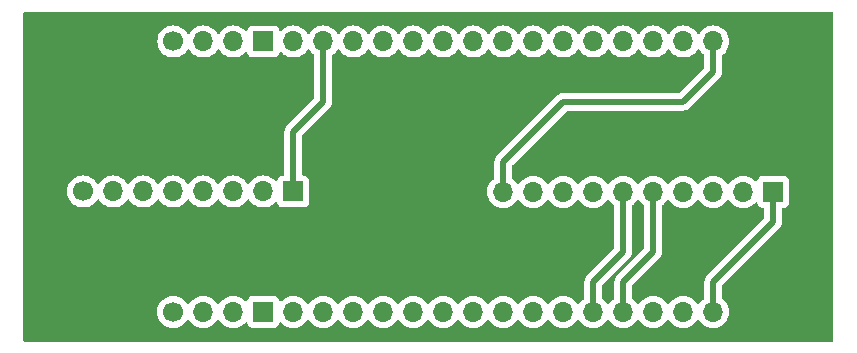
<source format=gbr>
%TF.GenerationSoftware,KiCad,Pcbnew,7.0.10*%
%TF.CreationDate,2024-01-12T02:52:17-05:00*%
%TF.ProjectId,ESP32,45535033-322e-46b6-9963-61645f706362,2*%
%TF.SameCoordinates,Original*%
%TF.FileFunction,Copper,L2,Bot*%
%TF.FilePolarity,Positive*%
%FSLAX46Y46*%
G04 Gerber Fmt 4.6, Leading zero omitted, Abs format (unit mm)*
G04 Created by KiCad (PCBNEW 7.0.10) date 2024-01-12 02:52:17*
%MOMM*%
%LPD*%
G01*
G04 APERTURE LIST*
%TA.AperFunction,ComponentPad*%
%ADD10O,1.700000X1.700000*%
%TD*%
%TA.AperFunction,ComponentPad*%
%ADD11R,1.700000X1.700000*%
%TD*%
%TA.AperFunction,ComponentPad*%
%ADD12C,1.700000*%
%TD*%
%TA.AperFunction,Conductor*%
%ADD13C,0.500000*%
%TD*%
G04 APERTURE END LIST*
D10*
%TO.P,FZ_R,9*%
%TO.N,N/C*%
X152390000Y-101610000D03*
%TO.P,FZ_R,10*%
X154930000Y-101610000D03*
%TO.P,FZ_R,11*%
X157470000Y-101610000D03*
%TO.P,FZ_R,12*%
X160010000Y-101610000D03*
%TO.P,FZ_R,13*%
X162550000Y-101610000D03*
%TO.P,FZ_R,14*%
X165090000Y-101610000D03*
%TO.P,FZ_R,15*%
X167630000Y-101610000D03*
%TO.P,FZ_R,16*%
X170170000Y-101610000D03*
%TO.P,FZ_R,18*%
X172710000Y-101610000D03*
D11*
%TO.P,FZ_R,19*%
X175250000Y-101610000D03*
%TD*%
D12*
%TO.P,Bottom,1*%
%TO.N,N/C*%
X124450000Y-111770000D03*
D10*
%TO.P,Bottom,2*%
X126990000Y-111770000D03*
%TO.P,Bottom,3*%
X129530000Y-111770000D03*
D11*
%TO.P,Bottom,4*%
X132070000Y-111770000D03*
D10*
%TO.P,Bottom,5*%
X134610000Y-111770000D03*
%TO.P,Bottom,6*%
X137150000Y-111770000D03*
%TO.P,Bottom,7*%
X139690000Y-111770000D03*
%TO.P,Bottom,8*%
X142230000Y-111770000D03*
%TO.P,Bottom,9*%
X144770000Y-111770000D03*
%TO.P,Bottom,10*%
X147310000Y-111770000D03*
%TO.P,Bottom,11*%
X149850000Y-111770000D03*
%TO.P,Bottom,12*%
X152390000Y-111770000D03*
%TO.P,Bottom,13*%
X154930000Y-111770000D03*
%TO.P,Bottom,14*%
X157470000Y-111770000D03*
%TO.P,Bottom,15*%
X160010000Y-111770000D03*
%TO.P,Bottom,16*%
X162550000Y-111770000D03*
%TO.P,Bottom,17*%
X165090000Y-111770000D03*
%TO.P,Bottom,18*%
X167630000Y-111770000D03*
%TO.P,Bottom,19*%
X170170000Y-111770000D03*
%TD*%
D12*
%TO.P,Top,1*%
%TO.N,N/C*%
X124460000Y-88885000D03*
D10*
%TO.P,Top,2*%
X127000000Y-88885000D03*
%TO.P,Top,3*%
X129540000Y-88885000D03*
D11*
%TO.P,Top,4*%
X132080000Y-88885000D03*
D10*
%TO.P,Top,5*%
X134620000Y-88885000D03*
%TO.P,Top,6*%
X137160000Y-88885000D03*
%TO.P,Top,7*%
X139700000Y-88885000D03*
%TO.P,Top,8*%
X142240000Y-88885000D03*
%TO.P,Top,9*%
X144780000Y-88885000D03*
%TO.P,Top,10*%
X147320000Y-88885000D03*
%TO.P,Top,11*%
X149860000Y-88885000D03*
%TO.P,Top,12*%
X152400000Y-88885000D03*
%TO.P,Top,13*%
X154940000Y-88885000D03*
%TO.P,Top,14*%
X157480000Y-88885000D03*
%TO.P,Top,15*%
X160020000Y-88885000D03*
%TO.P,Top,16*%
X162560000Y-88885000D03*
%TO.P,Top,17*%
X165100000Y-88885000D03*
%TO.P,Top,18*%
X167640000Y-88885000D03*
%TO.P,Top,19*%
X170180000Y-88885000D03*
%TD*%
D12*
%TO.P,Left,1*%
%TO.N,N/C*%
X116830000Y-101585000D03*
D10*
%TO.P,Left,2*%
X119370000Y-101585000D03*
%TO.P,Left,3*%
X121910000Y-101585000D03*
%TO.P,Left,4*%
X124450000Y-101585000D03*
%TO.P,Left,5*%
X126990000Y-101585000D03*
%TO.P,Left,6*%
X129530000Y-101585000D03*
%TO.P,Left,7*%
X132070000Y-101585000D03*
D11*
%TO.P,Left,8*%
X134610000Y-101585000D03*
%TD*%
D13*
%TO.N,*%
X152390000Y-99070000D02*
X152390000Y-101610000D01*
X157480000Y-93980000D02*
X152390000Y-99070000D01*
X170180000Y-91440000D02*
X167640000Y-93980000D01*
X170180000Y-88885000D02*
X170180000Y-91440000D01*
X167640000Y-93980000D02*
X157480000Y-93980000D01*
X134610000Y-96530000D02*
X134610000Y-101585000D01*
X137160000Y-93980000D02*
X134610000Y-96530000D01*
X137160000Y-88885000D02*
X137160000Y-93980000D01*
X170170000Y-109230000D02*
X170170000Y-111770000D01*
X175250000Y-104130000D02*
X175260000Y-104140000D01*
X175250000Y-101610000D02*
X175250000Y-104130000D01*
X175260000Y-104140000D02*
X170170000Y-109230000D01*
X162550000Y-109230000D02*
X162550000Y-111770000D01*
X165100000Y-106680000D02*
X162550000Y-109230000D01*
X165090000Y-106670000D02*
X165100000Y-106680000D01*
X165090000Y-101610000D02*
X165090000Y-106670000D01*
X160010000Y-109230000D02*
X160010000Y-111770000D01*
X162560000Y-106680000D02*
X160010000Y-109230000D01*
X162550000Y-106670000D02*
X162560000Y-106680000D01*
X162550000Y-101610000D02*
X162550000Y-106670000D01*
%TD*%
%TA.AperFunction,NonConductor*%
G36*
X180282539Y-86380185D02*
G01*
X180328294Y-86432989D01*
X180339500Y-86484500D01*
X180339500Y-114175500D01*
X180319815Y-114242539D01*
X180267011Y-114288294D01*
X180215500Y-114299500D01*
X111884500Y-114299500D01*
X111817461Y-114279815D01*
X111771706Y-114227011D01*
X111760500Y-114175500D01*
X111760500Y-101585000D01*
X115474341Y-101585000D01*
X115494936Y-101820403D01*
X115494938Y-101820413D01*
X115556094Y-102048655D01*
X115556096Y-102048659D01*
X115556097Y-102048663D01*
X115636004Y-102220023D01*
X115655965Y-102262830D01*
X115655967Y-102262834D01*
X115679080Y-102295842D01*
X115791505Y-102456401D01*
X115958599Y-102623495D01*
X116055384Y-102691265D01*
X116152165Y-102759032D01*
X116152167Y-102759033D01*
X116152170Y-102759035D01*
X116366337Y-102858903D01*
X116594592Y-102920063D01*
X116771034Y-102935500D01*
X116829999Y-102940659D01*
X116830000Y-102940659D01*
X116830001Y-102940659D01*
X116888966Y-102935500D01*
X117065408Y-102920063D01*
X117293663Y-102858903D01*
X117507830Y-102759035D01*
X117701401Y-102623495D01*
X117868495Y-102456401D01*
X117998425Y-102270842D01*
X118053002Y-102227217D01*
X118122500Y-102220023D01*
X118184855Y-102251546D01*
X118201575Y-102270842D01*
X118331500Y-102456395D01*
X118331505Y-102456401D01*
X118498599Y-102623495D01*
X118595384Y-102691265D01*
X118692165Y-102759032D01*
X118692167Y-102759033D01*
X118692170Y-102759035D01*
X118906337Y-102858903D01*
X119134592Y-102920063D01*
X119311034Y-102935500D01*
X119369999Y-102940659D01*
X119370000Y-102940659D01*
X119370001Y-102940659D01*
X119428966Y-102935500D01*
X119605408Y-102920063D01*
X119833663Y-102858903D01*
X120047830Y-102759035D01*
X120241401Y-102623495D01*
X120408495Y-102456401D01*
X120538425Y-102270842D01*
X120593002Y-102227217D01*
X120662500Y-102220023D01*
X120724855Y-102251546D01*
X120741575Y-102270842D01*
X120871500Y-102456395D01*
X120871505Y-102456401D01*
X121038599Y-102623495D01*
X121135384Y-102691265D01*
X121232165Y-102759032D01*
X121232167Y-102759033D01*
X121232170Y-102759035D01*
X121446337Y-102858903D01*
X121674592Y-102920063D01*
X121851034Y-102935500D01*
X121909999Y-102940659D01*
X121910000Y-102940659D01*
X121910001Y-102940659D01*
X121968966Y-102935500D01*
X122145408Y-102920063D01*
X122373663Y-102858903D01*
X122587830Y-102759035D01*
X122781401Y-102623495D01*
X122948495Y-102456401D01*
X123078425Y-102270842D01*
X123133002Y-102227217D01*
X123202500Y-102220023D01*
X123264855Y-102251546D01*
X123281575Y-102270842D01*
X123411500Y-102456395D01*
X123411505Y-102456401D01*
X123578599Y-102623495D01*
X123675384Y-102691265D01*
X123772165Y-102759032D01*
X123772167Y-102759033D01*
X123772170Y-102759035D01*
X123986337Y-102858903D01*
X124214592Y-102920063D01*
X124391034Y-102935500D01*
X124449999Y-102940659D01*
X124450000Y-102940659D01*
X124450001Y-102940659D01*
X124508966Y-102935500D01*
X124685408Y-102920063D01*
X124913663Y-102858903D01*
X125127830Y-102759035D01*
X125321401Y-102623495D01*
X125488495Y-102456401D01*
X125618425Y-102270842D01*
X125673002Y-102227217D01*
X125742500Y-102220023D01*
X125804855Y-102251546D01*
X125821575Y-102270842D01*
X125951500Y-102456395D01*
X125951505Y-102456401D01*
X126118599Y-102623495D01*
X126215384Y-102691265D01*
X126312165Y-102759032D01*
X126312167Y-102759033D01*
X126312170Y-102759035D01*
X126526337Y-102858903D01*
X126754592Y-102920063D01*
X126931034Y-102935500D01*
X126989999Y-102940659D01*
X126990000Y-102940659D01*
X126990001Y-102940659D01*
X127048966Y-102935500D01*
X127225408Y-102920063D01*
X127453663Y-102858903D01*
X127667830Y-102759035D01*
X127861401Y-102623495D01*
X128028495Y-102456401D01*
X128158425Y-102270842D01*
X128213002Y-102227217D01*
X128282500Y-102220023D01*
X128344855Y-102251546D01*
X128361575Y-102270842D01*
X128491500Y-102456395D01*
X128491505Y-102456401D01*
X128658599Y-102623495D01*
X128755384Y-102691265D01*
X128852165Y-102759032D01*
X128852167Y-102759033D01*
X128852170Y-102759035D01*
X129066337Y-102858903D01*
X129294592Y-102920063D01*
X129471034Y-102935500D01*
X129529999Y-102940659D01*
X129530000Y-102940659D01*
X129530001Y-102940659D01*
X129588966Y-102935500D01*
X129765408Y-102920063D01*
X129993663Y-102858903D01*
X130207830Y-102759035D01*
X130401401Y-102623495D01*
X130568495Y-102456401D01*
X130698425Y-102270842D01*
X130753002Y-102227217D01*
X130822500Y-102220023D01*
X130884855Y-102251546D01*
X130901575Y-102270842D01*
X131031500Y-102456395D01*
X131031505Y-102456401D01*
X131198599Y-102623495D01*
X131295384Y-102691265D01*
X131392165Y-102759032D01*
X131392167Y-102759033D01*
X131392170Y-102759035D01*
X131606337Y-102858903D01*
X131834592Y-102920063D01*
X132011034Y-102935500D01*
X132069999Y-102940659D01*
X132070000Y-102940659D01*
X132070001Y-102940659D01*
X132128966Y-102935500D01*
X132305408Y-102920063D01*
X132533663Y-102858903D01*
X132747830Y-102759035D01*
X132941401Y-102623495D01*
X133063329Y-102501566D01*
X133124648Y-102468084D01*
X133194340Y-102473068D01*
X133250274Y-102514939D01*
X133267189Y-102545917D01*
X133316202Y-102677328D01*
X133316206Y-102677335D01*
X133402452Y-102792544D01*
X133402455Y-102792547D01*
X133517664Y-102878793D01*
X133517671Y-102878797D01*
X133652517Y-102929091D01*
X133652516Y-102929091D01*
X133659444Y-102929835D01*
X133712127Y-102935500D01*
X135507872Y-102935499D01*
X135567483Y-102929091D01*
X135702331Y-102878796D01*
X135817546Y-102792546D01*
X135903796Y-102677331D01*
X135954091Y-102542483D01*
X135960500Y-102482873D01*
X135960499Y-100687128D01*
X135954091Y-100627517D01*
X135952810Y-100624083D01*
X135903797Y-100492671D01*
X135903793Y-100492664D01*
X135817547Y-100377455D01*
X135817544Y-100377452D01*
X135702335Y-100291206D01*
X135702328Y-100291202D01*
X135567482Y-100240908D01*
X135567483Y-100240908D01*
X135507883Y-100234501D01*
X135507881Y-100234500D01*
X135507873Y-100234500D01*
X135507865Y-100234500D01*
X135484500Y-100234500D01*
X135417461Y-100214815D01*
X135371706Y-100162011D01*
X135360500Y-100110500D01*
X135360500Y-96892228D01*
X135380185Y-96825189D01*
X135396814Y-96804552D01*
X137645638Y-94555727D01*
X137659267Y-94543950D01*
X137678530Y-94529610D01*
X137689230Y-94516857D01*
X137710366Y-94491669D01*
X137717683Y-94483684D01*
X137718992Y-94482373D01*
X137721591Y-94479776D01*
X137740853Y-94455413D01*
X137743076Y-94452686D01*
X137791300Y-94395216D01*
X137791302Y-94395214D01*
X137791304Y-94395209D01*
X137795274Y-94389175D01*
X137795325Y-94389208D01*
X137799369Y-94382860D01*
X137799317Y-94382828D01*
X137803106Y-94376682D01*
X137803111Y-94376677D01*
X137834832Y-94308647D01*
X137836358Y-94305496D01*
X137870040Y-94238433D01*
X137870041Y-94238428D01*
X137872508Y-94231650D01*
X137872566Y-94231671D01*
X137875043Y-94224544D01*
X137874986Y-94224526D01*
X137877256Y-94217676D01*
X137877257Y-94217672D01*
X137892439Y-94144139D01*
X137893187Y-94140762D01*
X137910500Y-94067721D01*
X137910500Y-94067717D01*
X137910501Y-94067713D01*
X137911339Y-94060548D01*
X137911398Y-94060554D01*
X137912164Y-94053054D01*
X137912105Y-94053049D01*
X137912734Y-94045859D01*
X137910552Y-93970869D01*
X137910500Y-93967262D01*
X137910500Y-90072700D01*
X137930185Y-90005661D01*
X137963375Y-89971126D01*
X138031401Y-89923495D01*
X138198495Y-89756401D01*
X138328425Y-89570842D01*
X138383002Y-89527217D01*
X138452500Y-89520023D01*
X138514855Y-89551546D01*
X138531575Y-89570842D01*
X138661500Y-89756395D01*
X138661505Y-89756401D01*
X138828599Y-89923495D01*
X138925384Y-89991265D01*
X139022165Y-90059032D01*
X139022167Y-90059033D01*
X139022170Y-90059035D01*
X139236337Y-90158903D01*
X139464592Y-90220063D01*
X139641034Y-90235500D01*
X139699999Y-90240659D01*
X139700000Y-90240659D01*
X139700001Y-90240659D01*
X139758966Y-90235500D01*
X139935408Y-90220063D01*
X140163663Y-90158903D01*
X140377830Y-90059035D01*
X140571401Y-89923495D01*
X140738495Y-89756401D01*
X140868425Y-89570842D01*
X140923002Y-89527217D01*
X140992500Y-89520023D01*
X141054855Y-89551546D01*
X141071575Y-89570842D01*
X141201500Y-89756395D01*
X141201505Y-89756401D01*
X141368599Y-89923495D01*
X141465384Y-89991265D01*
X141562165Y-90059032D01*
X141562167Y-90059033D01*
X141562170Y-90059035D01*
X141776337Y-90158903D01*
X142004592Y-90220063D01*
X142181034Y-90235500D01*
X142239999Y-90240659D01*
X142240000Y-90240659D01*
X142240001Y-90240659D01*
X142298966Y-90235500D01*
X142475408Y-90220063D01*
X142703663Y-90158903D01*
X142917830Y-90059035D01*
X143111401Y-89923495D01*
X143278495Y-89756401D01*
X143408425Y-89570842D01*
X143463002Y-89527217D01*
X143532500Y-89520023D01*
X143594855Y-89551546D01*
X143611575Y-89570842D01*
X143741500Y-89756395D01*
X143741505Y-89756401D01*
X143908599Y-89923495D01*
X144005384Y-89991265D01*
X144102165Y-90059032D01*
X144102167Y-90059033D01*
X144102170Y-90059035D01*
X144316337Y-90158903D01*
X144544592Y-90220063D01*
X144721034Y-90235500D01*
X144779999Y-90240659D01*
X144780000Y-90240659D01*
X144780001Y-90240659D01*
X144838966Y-90235500D01*
X145015408Y-90220063D01*
X145243663Y-90158903D01*
X145457830Y-90059035D01*
X145651401Y-89923495D01*
X145818495Y-89756401D01*
X145948425Y-89570842D01*
X146003002Y-89527217D01*
X146072500Y-89520023D01*
X146134855Y-89551546D01*
X146151575Y-89570842D01*
X146281500Y-89756395D01*
X146281505Y-89756401D01*
X146448599Y-89923495D01*
X146545384Y-89991265D01*
X146642165Y-90059032D01*
X146642167Y-90059033D01*
X146642170Y-90059035D01*
X146856337Y-90158903D01*
X147084592Y-90220063D01*
X147261034Y-90235500D01*
X147319999Y-90240659D01*
X147320000Y-90240659D01*
X147320001Y-90240659D01*
X147378966Y-90235500D01*
X147555408Y-90220063D01*
X147783663Y-90158903D01*
X147997830Y-90059035D01*
X148191401Y-89923495D01*
X148358495Y-89756401D01*
X148488425Y-89570842D01*
X148543002Y-89527217D01*
X148612500Y-89520023D01*
X148674855Y-89551546D01*
X148691575Y-89570842D01*
X148821500Y-89756395D01*
X148821505Y-89756401D01*
X148988599Y-89923495D01*
X149085384Y-89991265D01*
X149182165Y-90059032D01*
X149182167Y-90059033D01*
X149182170Y-90059035D01*
X149396337Y-90158903D01*
X149624592Y-90220063D01*
X149801034Y-90235500D01*
X149859999Y-90240659D01*
X149860000Y-90240659D01*
X149860001Y-90240659D01*
X149918966Y-90235500D01*
X150095408Y-90220063D01*
X150323663Y-90158903D01*
X150537830Y-90059035D01*
X150731401Y-89923495D01*
X150898495Y-89756401D01*
X151028425Y-89570842D01*
X151083002Y-89527217D01*
X151152500Y-89520023D01*
X151214855Y-89551546D01*
X151231575Y-89570842D01*
X151361500Y-89756395D01*
X151361505Y-89756401D01*
X151528599Y-89923495D01*
X151625384Y-89991265D01*
X151722165Y-90059032D01*
X151722167Y-90059033D01*
X151722170Y-90059035D01*
X151936337Y-90158903D01*
X152164592Y-90220063D01*
X152341034Y-90235500D01*
X152399999Y-90240659D01*
X152400000Y-90240659D01*
X152400001Y-90240659D01*
X152458966Y-90235500D01*
X152635408Y-90220063D01*
X152863663Y-90158903D01*
X153077830Y-90059035D01*
X153271401Y-89923495D01*
X153438495Y-89756401D01*
X153568425Y-89570842D01*
X153623002Y-89527217D01*
X153692500Y-89520023D01*
X153754855Y-89551546D01*
X153771575Y-89570842D01*
X153901500Y-89756395D01*
X153901505Y-89756401D01*
X154068599Y-89923495D01*
X154165384Y-89991265D01*
X154262165Y-90059032D01*
X154262167Y-90059033D01*
X154262170Y-90059035D01*
X154476337Y-90158903D01*
X154704592Y-90220063D01*
X154881034Y-90235500D01*
X154939999Y-90240659D01*
X154940000Y-90240659D01*
X154940001Y-90240659D01*
X154998966Y-90235500D01*
X155175408Y-90220063D01*
X155403663Y-90158903D01*
X155617830Y-90059035D01*
X155811401Y-89923495D01*
X155978495Y-89756401D01*
X156108425Y-89570842D01*
X156163002Y-89527217D01*
X156232500Y-89520023D01*
X156294855Y-89551546D01*
X156311575Y-89570842D01*
X156441500Y-89756395D01*
X156441505Y-89756401D01*
X156608599Y-89923495D01*
X156705384Y-89991265D01*
X156802165Y-90059032D01*
X156802167Y-90059033D01*
X156802170Y-90059035D01*
X157016337Y-90158903D01*
X157244592Y-90220063D01*
X157421034Y-90235500D01*
X157479999Y-90240659D01*
X157480000Y-90240659D01*
X157480001Y-90240659D01*
X157538966Y-90235500D01*
X157715408Y-90220063D01*
X157943663Y-90158903D01*
X158157830Y-90059035D01*
X158351401Y-89923495D01*
X158518495Y-89756401D01*
X158648425Y-89570842D01*
X158703002Y-89527217D01*
X158772500Y-89520023D01*
X158834855Y-89551546D01*
X158851575Y-89570842D01*
X158981500Y-89756395D01*
X158981505Y-89756401D01*
X159148599Y-89923495D01*
X159245384Y-89991265D01*
X159342165Y-90059032D01*
X159342167Y-90059033D01*
X159342170Y-90059035D01*
X159556337Y-90158903D01*
X159784592Y-90220063D01*
X159961034Y-90235500D01*
X160019999Y-90240659D01*
X160020000Y-90240659D01*
X160020001Y-90240659D01*
X160078966Y-90235500D01*
X160255408Y-90220063D01*
X160483663Y-90158903D01*
X160697830Y-90059035D01*
X160891401Y-89923495D01*
X161058495Y-89756401D01*
X161188425Y-89570842D01*
X161243002Y-89527217D01*
X161312500Y-89520023D01*
X161374855Y-89551546D01*
X161391575Y-89570842D01*
X161521500Y-89756395D01*
X161521505Y-89756401D01*
X161688599Y-89923495D01*
X161785384Y-89991265D01*
X161882165Y-90059032D01*
X161882167Y-90059033D01*
X161882170Y-90059035D01*
X162096337Y-90158903D01*
X162324592Y-90220063D01*
X162501034Y-90235500D01*
X162559999Y-90240659D01*
X162560000Y-90240659D01*
X162560001Y-90240659D01*
X162618966Y-90235500D01*
X162795408Y-90220063D01*
X163023663Y-90158903D01*
X163237830Y-90059035D01*
X163431401Y-89923495D01*
X163598495Y-89756401D01*
X163728425Y-89570842D01*
X163783002Y-89527217D01*
X163852500Y-89520023D01*
X163914855Y-89551546D01*
X163931575Y-89570842D01*
X164061500Y-89756395D01*
X164061505Y-89756401D01*
X164228599Y-89923495D01*
X164325384Y-89991265D01*
X164422165Y-90059032D01*
X164422167Y-90059033D01*
X164422170Y-90059035D01*
X164636337Y-90158903D01*
X164864592Y-90220063D01*
X165041034Y-90235500D01*
X165099999Y-90240659D01*
X165100000Y-90240659D01*
X165100001Y-90240659D01*
X165158966Y-90235500D01*
X165335408Y-90220063D01*
X165563663Y-90158903D01*
X165777830Y-90059035D01*
X165971401Y-89923495D01*
X166138495Y-89756401D01*
X166268425Y-89570842D01*
X166323002Y-89527217D01*
X166392500Y-89520023D01*
X166454855Y-89551546D01*
X166471575Y-89570842D01*
X166601500Y-89756395D01*
X166601505Y-89756401D01*
X166768599Y-89923495D01*
X166865384Y-89991265D01*
X166962165Y-90059032D01*
X166962167Y-90059033D01*
X166962170Y-90059035D01*
X167176337Y-90158903D01*
X167404592Y-90220063D01*
X167581034Y-90235500D01*
X167639999Y-90240659D01*
X167640000Y-90240659D01*
X167640001Y-90240659D01*
X167698966Y-90235500D01*
X167875408Y-90220063D01*
X168103663Y-90158903D01*
X168317830Y-90059035D01*
X168511401Y-89923495D01*
X168678495Y-89756401D01*
X168808425Y-89570842D01*
X168863002Y-89527217D01*
X168932500Y-89520023D01*
X168994855Y-89551546D01*
X169011575Y-89570842D01*
X169141501Y-89756396D01*
X169141506Y-89756402D01*
X169308595Y-89923492D01*
X169308598Y-89923494D01*
X169308599Y-89923495D01*
X169376623Y-89971125D01*
X169420248Y-90025701D01*
X169429500Y-90072700D01*
X169429500Y-91077770D01*
X169409815Y-91144809D01*
X169393181Y-91165451D01*
X167365451Y-93193181D01*
X167304128Y-93226666D01*
X167277770Y-93229500D01*
X157543705Y-93229500D01*
X157525735Y-93228191D01*
X157501972Y-93224710D01*
X157454843Y-93228834D01*
X157452630Y-93229028D01*
X157441824Y-93229500D01*
X157436284Y-93229500D01*
X157405501Y-93233098D01*
X157401916Y-93233464D01*
X157327199Y-93240001D01*
X157320132Y-93241460D01*
X157320120Y-93241404D01*
X157312763Y-93243035D01*
X157312777Y-93243092D01*
X157305740Y-93244760D01*
X157235231Y-93270421D01*
X157231830Y-93271603D01*
X157160668Y-93295184D01*
X157154126Y-93298235D01*
X157154101Y-93298183D01*
X157147308Y-93301471D01*
X157147334Y-93301522D01*
X157140886Y-93304760D01*
X157078228Y-93345970D01*
X157075191Y-93347905D01*
X157011344Y-93387288D01*
X157005677Y-93391769D01*
X157005641Y-93391723D01*
X156999798Y-93396484D01*
X156999835Y-93396528D01*
X156994310Y-93401164D01*
X156942848Y-93455709D01*
X156940336Y-93458294D01*
X151904358Y-98494272D01*
X151890729Y-98506051D01*
X151871469Y-98520390D01*
X151839632Y-98558331D01*
X151832346Y-98566284D01*
X151828407Y-98570224D01*
X151809176Y-98594545D01*
X151806902Y-98597337D01*
X151758694Y-98654790D01*
X151754729Y-98660819D01*
X151754682Y-98660788D01*
X151750630Y-98667147D01*
X151750679Y-98667177D01*
X151746889Y-98673321D01*
X151715192Y-98741294D01*
X151713623Y-98744536D01*
X151679957Y-98811572D01*
X151677488Y-98818357D01*
X151677432Y-98818336D01*
X151674960Y-98825450D01*
X151675015Y-98825469D01*
X151672743Y-98832325D01*
X151657573Y-98905788D01*
X151656793Y-98909304D01*
X151639499Y-98982279D01*
X151638661Y-98989454D01*
X151638601Y-98989447D01*
X151637835Y-98996945D01*
X151637895Y-98996951D01*
X151637265Y-99004140D01*
X151639448Y-99079128D01*
X151639500Y-99082735D01*
X151639500Y-100422298D01*
X151619815Y-100489337D01*
X151586625Y-100523872D01*
X151518595Y-100571507D01*
X151351505Y-100738597D01*
X151215965Y-100932169D01*
X151215964Y-100932171D01*
X151116098Y-101146335D01*
X151116094Y-101146344D01*
X151054938Y-101374586D01*
X151054936Y-101374596D01*
X151034341Y-101609999D01*
X151034341Y-101610000D01*
X151054936Y-101845403D01*
X151054938Y-101845413D01*
X151116094Y-102073655D01*
X151116096Y-102073659D01*
X151116097Y-102073663D01*
X151199358Y-102252217D01*
X151215965Y-102287830D01*
X151215967Y-102287834D01*
X151324281Y-102442521D01*
X151351505Y-102481401D01*
X151518599Y-102648495D01*
X151615384Y-102716265D01*
X151712165Y-102784032D01*
X151712167Y-102784033D01*
X151712170Y-102784035D01*
X151926337Y-102883903D01*
X152154592Y-102945063D01*
X152331034Y-102960500D01*
X152389999Y-102965659D01*
X152390000Y-102965659D01*
X152390001Y-102965659D01*
X152448966Y-102960500D01*
X152625408Y-102945063D01*
X152853663Y-102883903D01*
X153067830Y-102784035D01*
X153261401Y-102648495D01*
X153428495Y-102481401D01*
X153558425Y-102295842D01*
X153613002Y-102252217D01*
X153682500Y-102245023D01*
X153744855Y-102276546D01*
X153761575Y-102295842D01*
X153891500Y-102481395D01*
X153891505Y-102481401D01*
X154058599Y-102648495D01*
X154155384Y-102716265D01*
X154252165Y-102784032D01*
X154252167Y-102784033D01*
X154252170Y-102784035D01*
X154466337Y-102883903D01*
X154694592Y-102945063D01*
X154871034Y-102960500D01*
X154929999Y-102965659D01*
X154930000Y-102965659D01*
X154930001Y-102965659D01*
X154988966Y-102960500D01*
X155165408Y-102945063D01*
X155393663Y-102883903D01*
X155607830Y-102784035D01*
X155801401Y-102648495D01*
X155968495Y-102481401D01*
X156098425Y-102295842D01*
X156153002Y-102252217D01*
X156222500Y-102245023D01*
X156284855Y-102276546D01*
X156301575Y-102295842D01*
X156431500Y-102481395D01*
X156431505Y-102481401D01*
X156598599Y-102648495D01*
X156695384Y-102716265D01*
X156792165Y-102784032D01*
X156792167Y-102784033D01*
X156792170Y-102784035D01*
X157006337Y-102883903D01*
X157234592Y-102945063D01*
X157411034Y-102960500D01*
X157469999Y-102965659D01*
X157470000Y-102965659D01*
X157470001Y-102965659D01*
X157528966Y-102960500D01*
X157705408Y-102945063D01*
X157933663Y-102883903D01*
X158147830Y-102784035D01*
X158341401Y-102648495D01*
X158508495Y-102481401D01*
X158638425Y-102295842D01*
X158693002Y-102252217D01*
X158762500Y-102245023D01*
X158824855Y-102276546D01*
X158841575Y-102295842D01*
X158971500Y-102481395D01*
X158971505Y-102481401D01*
X159138599Y-102648495D01*
X159235384Y-102716265D01*
X159332165Y-102784032D01*
X159332167Y-102784033D01*
X159332170Y-102784035D01*
X159546337Y-102883903D01*
X159774592Y-102945063D01*
X159951034Y-102960500D01*
X160009999Y-102965659D01*
X160010000Y-102965659D01*
X160010001Y-102965659D01*
X160068966Y-102960500D01*
X160245408Y-102945063D01*
X160473663Y-102883903D01*
X160687830Y-102784035D01*
X160881401Y-102648495D01*
X161048495Y-102481401D01*
X161178425Y-102295842D01*
X161233002Y-102252217D01*
X161302500Y-102245023D01*
X161364855Y-102276546D01*
X161381575Y-102295842D01*
X161511501Y-102481396D01*
X161511506Y-102481402D01*
X161678595Y-102648492D01*
X161678598Y-102648494D01*
X161678599Y-102648495D01*
X161746623Y-102696125D01*
X161790248Y-102750701D01*
X161799500Y-102797700D01*
X161799500Y-106327769D01*
X161779815Y-106394808D01*
X161763181Y-106415450D01*
X159524358Y-108654272D01*
X159510729Y-108666051D01*
X159491469Y-108680390D01*
X159459632Y-108718331D01*
X159452346Y-108726284D01*
X159448407Y-108730224D01*
X159429176Y-108754545D01*
X159426902Y-108757337D01*
X159378694Y-108814790D01*
X159374729Y-108820819D01*
X159374682Y-108820788D01*
X159370630Y-108827147D01*
X159370679Y-108827177D01*
X159366889Y-108833321D01*
X159335192Y-108901294D01*
X159333623Y-108904536D01*
X159299957Y-108971572D01*
X159297488Y-108978357D01*
X159297432Y-108978336D01*
X159294960Y-108985450D01*
X159295015Y-108985469D01*
X159292743Y-108992325D01*
X159277573Y-109065788D01*
X159276793Y-109069304D01*
X159259499Y-109142279D01*
X159258661Y-109149454D01*
X159258601Y-109149447D01*
X159257835Y-109156945D01*
X159257895Y-109156951D01*
X159257265Y-109164140D01*
X159259448Y-109239128D01*
X159259500Y-109242735D01*
X159259500Y-110582298D01*
X159239815Y-110649337D01*
X159206625Y-110683872D01*
X159138595Y-110731507D01*
X158971505Y-110898597D01*
X158841575Y-111084158D01*
X158786998Y-111127783D01*
X158717500Y-111134977D01*
X158655145Y-111103454D01*
X158638425Y-111084158D01*
X158508494Y-110898597D01*
X158341402Y-110731506D01*
X158341395Y-110731501D01*
X158147834Y-110595967D01*
X158147830Y-110595965D01*
X158118521Y-110582298D01*
X157933663Y-110496097D01*
X157933659Y-110496096D01*
X157933655Y-110496094D01*
X157705413Y-110434938D01*
X157705403Y-110434936D01*
X157470001Y-110414341D01*
X157469999Y-110414341D01*
X157234596Y-110434936D01*
X157234586Y-110434938D01*
X157006344Y-110496094D01*
X157006335Y-110496098D01*
X156792171Y-110595964D01*
X156792169Y-110595965D01*
X156598597Y-110731505D01*
X156431505Y-110898597D01*
X156301575Y-111084158D01*
X156246998Y-111127783D01*
X156177500Y-111134977D01*
X156115145Y-111103454D01*
X156098425Y-111084158D01*
X155968494Y-110898597D01*
X155801402Y-110731506D01*
X155801395Y-110731501D01*
X155607834Y-110595967D01*
X155607830Y-110595965D01*
X155578521Y-110582298D01*
X155393663Y-110496097D01*
X155393659Y-110496096D01*
X155393655Y-110496094D01*
X155165413Y-110434938D01*
X155165403Y-110434936D01*
X154930001Y-110414341D01*
X154929999Y-110414341D01*
X154694596Y-110434936D01*
X154694586Y-110434938D01*
X154466344Y-110496094D01*
X154466335Y-110496098D01*
X154252171Y-110595964D01*
X154252169Y-110595965D01*
X154058597Y-110731505D01*
X153891505Y-110898597D01*
X153761575Y-111084158D01*
X153706998Y-111127783D01*
X153637500Y-111134977D01*
X153575145Y-111103454D01*
X153558425Y-111084158D01*
X153428494Y-110898597D01*
X153261402Y-110731506D01*
X153261395Y-110731501D01*
X153067834Y-110595967D01*
X153067830Y-110595965D01*
X153038521Y-110582298D01*
X152853663Y-110496097D01*
X152853659Y-110496096D01*
X152853655Y-110496094D01*
X152625413Y-110434938D01*
X152625403Y-110434936D01*
X152390001Y-110414341D01*
X152389999Y-110414341D01*
X152154596Y-110434936D01*
X152154586Y-110434938D01*
X151926344Y-110496094D01*
X151926335Y-110496098D01*
X151712171Y-110595964D01*
X151712169Y-110595965D01*
X151518597Y-110731505D01*
X151351505Y-110898597D01*
X151221575Y-111084158D01*
X151166998Y-111127783D01*
X151097500Y-111134977D01*
X151035145Y-111103454D01*
X151018425Y-111084158D01*
X150888494Y-110898597D01*
X150721402Y-110731506D01*
X150721395Y-110731501D01*
X150527834Y-110595967D01*
X150527830Y-110595965D01*
X150498521Y-110582298D01*
X150313663Y-110496097D01*
X150313659Y-110496096D01*
X150313655Y-110496094D01*
X150085413Y-110434938D01*
X150085403Y-110434936D01*
X149850001Y-110414341D01*
X149849999Y-110414341D01*
X149614596Y-110434936D01*
X149614586Y-110434938D01*
X149386344Y-110496094D01*
X149386335Y-110496098D01*
X149172171Y-110595964D01*
X149172169Y-110595965D01*
X148978597Y-110731505D01*
X148811505Y-110898597D01*
X148681575Y-111084158D01*
X148626998Y-111127783D01*
X148557500Y-111134977D01*
X148495145Y-111103454D01*
X148478425Y-111084158D01*
X148348494Y-110898597D01*
X148181402Y-110731506D01*
X148181395Y-110731501D01*
X147987834Y-110595967D01*
X147987830Y-110595965D01*
X147958521Y-110582298D01*
X147773663Y-110496097D01*
X147773659Y-110496096D01*
X147773655Y-110496094D01*
X147545413Y-110434938D01*
X147545403Y-110434936D01*
X147310001Y-110414341D01*
X147309999Y-110414341D01*
X147074596Y-110434936D01*
X147074586Y-110434938D01*
X146846344Y-110496094D01*
X146846335Y-110496098D01*
X146632171Y-110595964D01*
X146632169Y-110595965D01*
X146438597Y-110731505D01*
X146271505Y-110898597D01*
X146141575Y-111084158D01*
X146086998Y-111127783D01*
X146017500Y-111134977D01*
X145955145Y-111103454D01*
X145938425Y-111084158D01*
X145808494Y-110898597D01*
X145641402Y-110731506D01*
X145641395Y-110731501D01*
X145447834Y-110595967D01*
X145447830Y-110595965D01*
X145418521Y-110582298D01*
X145233663Y-110496097D01*
X145233659Y-110496096D01*
X145233655Y-110496094D01*
X145005413Y-110434938D01*
X145005403Y-110434936D01*
X144770001Y-110414341D01*
X144769999Y-110414341D01*
X144534596Y-110434936D01*
X144534586Y-110434938D01*
X144306344Y-110496094D01*
X144306335Y-110496098D01*
X144092171Y-110595964D01*
X144092169Y-110595965D01*
X143898597Y-110731505D01*
X143731505Y-110898597D01*
X143601575Y-111084158D01*
X143546998Y-111127783D01*
X143477500Y-111134977D01*
X143415145Y-111103454D01*
X143398425Y-111084158D01*
X143268494Y-110898597D01*
X143101402Y-110731506D01*
X143101395Y-110731501D01*
X142907834Y-110595967D01*
X142907830Y-110595965D01*
X142878521Y-110582298D01*
X142693663Y-110496097D01*
X142693659Y-110496096D01*
X142693655Y-110496094D01*
X142465413Y-110434938D01*
X142465403Y-110434936D01*
X142230001Y-110414341D01*
X142229999Y-110414341D01*
X141994596Y-110434936D01*
X141994586Y-110434938D01*
X141766344Y-110496094D01*
X141766335Y-110496098D01*
X141552171Y-110595964D01*
X141552169Y-110595965D01*
X141358597Y-110731505D01*
X141191505Y-110898597D01*
X141061575Y-111084158D01*
X141006998Y-111127783D01*
X140937500Y-111134977D01*
X140875145Y-111103454D01*
X140858425Y-111084158D01*
X140728494Y-110898597D01*
X140561402Y-110731506D01*
X140561395Y-110731501D01*
X140367834Y-110595967D01*
X140367830Y-110595965D01*
X140338521Y-110582298D01*
X140153663Y-110496097D01*
X140153659Y-110496096D01*
X140153655Y-110496094D01*
X139925413Y-110434938D01*
X139925403Y-110434936D01*
X139690001Y-110414341D01*
X139689999Y-110414341D01*
X139454596Y-110434936D01*
X139454586Y-110434938D01*
X139226344Y-110496094D01*
X139226335Y-110496098D01*
X139012171Y-110595964D01*
X139012169Y-110595965D01*
X138818597Y-110731505D01*
X138651505Y-110898597D01*
X138521575Y-111084158D01*
X138466998Y-111127783D01*
X138397500Y-111134977D01*
X138335145Y-111103454D01*
X138318425Y-111084158D01*
X138188494Y-110898597D01*
X138021402Y-110731506D01*
X138021395Y-110731501D01*
X137827834Y-110595967D01*
X137827830Y-110595965D01*
X137798521Y-110582298D01*
X137613663Y-110496097D01*
X137613659Y-110496096D01*
X137613655Y-110496094D01*
X137385413Y-110434938D01*
X137385403Y-110434936D01*
X137150001Y-110414341D01*
X137149999Y-110414341D01*
X136914596Y-110434936D01*
X136914586Y-110434938D01*
X136686344Y-110496094D01*
X136686335Y-110496098D01*
X136472171Y-110595964D01*
X136472169Y-110595965D01*
X136278597Y-110731505D01*
X136111505Y-110898597D01*
X135981575Y-111084158D01*
X135926998Y-111127783D01*
X135857500Y-111134977D01*
X135795145Y-111103454D01*
X135778425Y-111084158D01*
X135648494Y-110898597D01*
X135481402Y-110731506D01*
X135481395Y-110731501D01*
X135287834Y-110595967D01*
X135287830Y-110595965D01*
X135258521Y-110582298D01*
X135073663Y-110496097D01*
X135073659Y-110496096D01*
X135073655Y-110496094D01*
X134845413Y-110434938D01*
X134845403Y-110434936D01*
X134610001Y-110414341D01*
X134609999Y-110414341D01*
X134374596Y-110434936D01*
X134374586Y-110434938D01*
X134146344Y-110496094D01*
X134146335Y-110496098D01*
X133932171Y-110595964D01*
X133932169Y-110595965D01*
X133738600Y-110731503D01*
X133616673Y-110853430D01*
X133555350Y-110886914D01*
X133485658Y-110881930D01*
X133429725Y-110840058D01*
X133412810Y-110809081D01*
X133363797Y-110677671D01*
X133363793Y-110677664D01*
X133277547Y-110562455D01*
X133277544Y-110562452D01*
X133162335Y-110476206D01*
X133162328Y-110476202D01*
X133027482Y-110425908D01*
X133027483Y-110425908D01*
X132967883Y-110419501D01*
X132967881Y-110419500D01*
X132967873Y-110419500D01*
X132967864Y-110419500D01*
X131172129Y-110419500D01*
X131172123Y-110419501D01*
X131112516Y-110425908D01*
X130977671Y-110476202D01*
X130977664Y-110476206D01*
X130862455Y-110562452D01*
X130862452Y-110562455D01*
X130776206Y-110677664D01*
X130776203Y-110677669D01*
X130727189Y-110809083D01*
X130685317Y-110865016D01*
X130619853Y-110889433D01*
X130551580Y-110874581D01*
X130523326Y-110853430D01*
X130401402Y-110731506D01*
X130401395Y-110731501D01*
X130207834Y-110595967D01*
X130207830Y-110595965D01*
X130178521Y-110582298D01*
X129993663Y-110496097D01*
X129993659Y-110496096D01*
X129993655Y-110496094D01*
X129765413Y-110434938D01*
X129765403Y-110434936D01*
X129530001Y-110414341D01*
X129529999Y-110414341D01*
X129294596Y-110434936D01*
X129294586Y-110434938D01*
X129066344Y-110496094D01*
X129066335Y-110496098D01*
X128852171Y-110595964D01*
X128852169Y-110595965D01*
X128658597Y-110731505D01*
X128491505Y-110898597D01*
X128361575Y-111084158D01*
X128306998Y-111127783D01*
X128237500Y-111134977D01*
X128175145Y-111103454D01*
X128158425Y-111084158D01*
X128028494Y-110898597D01*
X127861402Y-110731506D01*
X127861395Y-110731501D01*
X127667834Y-110595967D01*
X127667830Y-110595965D01*
X127638521Y-110582298D01*
X127453663Y-110496097D01*
X127453659Y-110496096D01*
X127453655Y-110496094D01*
X127225413Y-110434938D01*
X127225403Y-110434936D01*
X126990001Y-110414341D01*
X126989999Y-110414341D01*
X126754596Y-110434936D01*
X126754586Y-110434938D01*
X126526344Y-110496094D01*
X126526335Y-110496098D01*
X126312171Y-110595964D01*
X126312169Y-110595965D01*
X126118597Y-110731505D01*
X125951505Y-110898597D01*
X125821575Y-111084158D01*
X125766998Y-111127783D01*
X125697500Y-111134977D01*
X125635145Y-111103454D01*
X125618425Y-111084158D01*
X125488494Y-110898597D01*
X125321402Y-110731506D01*
X125321395Y-110731501D01*
X125127834Y-110595967D01*
X125127830Y-110595965D01*
X125098521Y-110582298D01*
X124913663Y-110496097D01*
X124913659Y-110496096D01*
X124913655Y-110496094D01*
X124685413Y-110434938D01*
X124685403Y-110434936D01*
X124450001Y-110414341D01*
X124449999Y-110414341D01*
X124214596Y-110434936D01*
X124214586Y-110434938D01*
X123986344Y-110496094D01*
X123986335Y-110496098D01*
X123772171Y-110595964D01*
X123772169Y-110595965D01*
X123578597Y-110731505D01*
X123411505Y-110898597D01*
X123275965Y-111092169D01*
X123275964Y-111092171D01*
X123176098Y-111306335D01*
X123176094Y-111306344D01*
X123114938Y-111534586D01*
X123114936Y-111534596D01*
X123094341Y-111769999D01*
X123094341Y-111770000D01*
X123114936Y-112005403D01*
X123114938Y-112005413D01*
X123176094Y-112233655D01*
X123176096Y-112233659D01*
X123176097Y-112233663D01*
X123180000Y-112242032D01*
X123275965Y-112447830D01*
X123275967Y-112447834D01*
X123384281Y-112602521D01*
X123411505Y-112641401D01*
X123578599Y-112808495D01*
X123675384Y-112876265D01*
X123772165Y-112944032D01*
X123772167Y-112944033D01*
X123772170Y-112944035D01*
X123986337Y-113043903D01*
X124214592Y-113105063D01*
X124391034Y-113120500D01*
X124449999Y-113125659D01*
X124450000Y-113125659D01*
X124450001Y-113125659D01*
X124508966Y-113120500D01*
X124685408Y-113105063D01*
X124913663Y-113043903D01*
X125127830Y-112944035D01*
X125321401Y-112808495D01*
X125488495Y-112641401D01*
X125618425Y-112455842D01*
X125673002Y-112412217D01*
X125742500Y-112405023D01*
X125804855Y-112436546D01*
X125821575Y-112455842D01*
X125951500Y-112641395D01*
X125951505Y-112641401D01*
X126118599Y-112808495D01*
X126215384Y-112876265D01*
X126312165Y-112944032D01*
X126312167Y-112944033D01*
X126312170Y-112944035D01*
X126526337Y-113043903D01*
X126754592Y-113105063D01*
X126931034Y-113120500D01*
X126989999Y-113125659D01*
X126990000Y-113125659D01*
X126990001Y-113125659D01*
X127048966Y-113120500D01*
X127225408Y-113105063D01*
X127453663Y-113043903D01*
X127667830Y-112944035D01*
X127861401Y-112808495D01*
X128028495Y-112641401D01*
X128158425Y-112455842D01*
X128213002Y-112412217D01*
X128282500Y-112405023D01*
X128344855Y-112436546D01*
X128361575Y-112455842D01*
X128491500Y-112641395D01*
X128491505Y-112641401D01*
X128658599Y-112808495D01*
X128755384Y-112876265D01*
X128852165Y-112944032D01*
X128852167Y-112944033D01*
X128852170Y-112944035D01*
X129066337Y-113043903D01*
X129294592Y-113105063D01*
X129471034Y-113120500D01*
X129529999Y-113125659D01*
X129530000Y-113125659D01*
X129530001Y-113125659D01*
X129588966Y-113120500D01*
X129765408Y-113105063D01*
X129993663Y-113043903D01*
X130207830Y-112944035D01*
X130401401Y-112808495D01*
X130523329Y-112686566D01*
X130584648Y-112653084D01*
X130654340Y-112658068D01*
X130710274Y-112699939D01*
X130727189Y-112730917D01*
X130776202Y-112862328D01*
X130776206Y-112862335D01*
X130862452Y-112977544D01*
X130862455Y-112977547D01*
X130977664Y-113063793D01*
X130977671Y-113063797D01*
X131112517Y-113114091D01*
X131112516Y-113114091D01*
X131119444Y-113114835D01*
X131172127Y-113120500D01*
X132967872Y-113120499D01*
X133027483Y-113114091D01*
X133162331Y-113063796D01*
X133277546Y-112977546D01*
X133363796Y-112862331D01*
X133412810Y-112730916D01*
X133454681Y-112674984D01*
X133520145Y-112650566D01*
X133588418Y-112665417D01*
X133616673Y-112686569D01*
X133738599Y-112808495D01*
X133835384Y-112876265D01*
X133932165Y-112944032D01*
X133932167Y-112944033D01*
X133932170Y-112944035D01*
X134146337Y-113043903D01*
X134374592Y-113105063D01*
X134551034Y-113120500D01*
X134609999Y-113125659D01*
X134610000Y-113125659D01*
X134610001Y-113125659D01*
X134668966Y-113120500D01*
X134845408Y-113105063D01*
X135073663Y-113043903D01*
X135287830Y-112944035D01*
X135481401Y-112808495D01*
X135648495Y-112641401D01*
X135778425Y-112455842D01*
X135833002Y-112412217D01*
X135902500Y-112405023D01*
X135964855Y-112436546D01*
X135981575Y-112455842D01*
X136111500Y-112641395D01*
X136111505Y-112641401D01*
X136278599Y-112808495D01*
X136375384Y-112876265D01*
X136472165Y-112944032D01*
X136472167Y-112944033D01*
X136472170Y-112944035D01*
X136686337Y-113043903D01*
X136914592Y-113105063D01*
X137091034Y-113120500D01*
X137149999Y-113125659D01*
X137150000Y-113125659D01*
X137150001Y-113125659D01*
X137208966Y-113120500D01*
X137385408Y-113105063D01*
X137613663Y-113043903D01*
X137827830Y-112944035D01*
X138021401Y-112808495D01*
X138188495Y-112641401D01*
X138318425Y-112455842D01*
X138373002Y-112412217D01*
X138442500Y-112405023D01*
X138504855Y-112436546D01*
X138521575Y-112455842D01*
X138651500Y-112641395D01*
X138651505Y-112641401D01*
X138818599Y-112808495D01*
X138915384Y-112876265D01*
X139012165Y-112944032D01*
X139012167Y-112944033D01*
X139012170Y-112944035D01*
X139226337Y-113043903D01*
X139454592Y-113105063D01*
X139631034Y-113120500D01*
X139689999Y-113125659D01*
X139690000Y-113125659D01*
X139690001Y-113125659D01*
X139748966Y-113120500D01*
X139925408Y-113105063D01*
X140153663Y-113043903D01*
X140367830Y-112944035D01*
X140561401Y-112808495D01*
X140728495Y-112641401D01*
X140858425Y-112455842D01*
X140913002Y-112412217D01*
X140982500Y-112405023D01*
X141044855Y-112436546D01*
X141061575Y-112455842D01*
X141191500Y-112641395D01*
X141191505Y-112641401D01*
X141358599Y-112808495D01*
X141455384Y-112876265D01*
X141552165Y-112944032D01*
X141552167Y-112944033D01*
X141552170Y-112944035D01*
X141766337Y-113043903D01*
X141994592Y-113105063D01*
X142171034Y-113120500D01*
X142229999Y-113125659D01*
X142230000Y-113125659D01*
X142230001Y-113125659D01*
X142288966Y-113120500D01*
X142465408Y-113105063D01*
X142693663Y-113043903D01*
X142907830Y-112944035D01*
X143101401Y-112808495D01*
X143268495Y-112641401D01*
X143398425Y-112455842D01*
X143453002Y-112412217D01*
X143522500Y-112405023D01*
X143584855Y-112436546D01*
X143601575Y-112455842D01*
X143731500Y-112641395D01*
X143731505Y-112641401D01*
X143898599Y-112808495D01*
X143995384Y-112876265D01*
X144092165Y-112944032D01*
X144092167Y-112944033D01*
X144092170Y-112944035D01*
X144306337Y-113043903D01*
X144534592Y-113105063D01*
X144711034Y-113120500D01*
X144769999Y-113125659D01*
X144770000Y-113125659D01*
X144770001Y-113125659D01*
X144828966Y-113120500D01*
X145005408Y-113105063D01*
X145233663Y-113043903D01*
X145447830Y-112944035D01*
X145641401Y-112808495D01*
X145808495Y-112641401D01*
X145938425Y-112455842D01*
X145993002Y-112412217D01*
X146062500Y-112405023D01*
X146124855Y-112436546D01*
X146141575Y-112455842D01*
X146271500Y-112641395D01*
X146271505Y-112641401D01*
X146438599Y-112808495D01*
X146535384Y-112876265D01*
X146632165Y-112944032D01*
X146632167Y-112944033D01*
X146632170Y-112944035D01*
X146846337Y-113043903D01*
X147074592Y-113105063D01*
X147251034Y-113120500D01*
X147309999Y-113125659D01*
X147310000Y-113125659D01*
X147310001Y-113125659D01*
X147368966Y-113120500D01*
X147545408Y-113105063D01*
X147773663Y-113043903D01*
X147987830Y-112944035D01*
X148181401Y-112808495D01*
X148348495Y-112641401D01*
X148478425Y-112455842D01*
X148533002Y-112412217D01*
X148602500Y-112405023D01*
X148664855Y-112436546D01*
X148681575Y-112455842D01*
X148811500Y-112641395D01*
X148811505Y-112641401D01*
X148978599Y-112808495D01*
X149075384Y-112876265D01*
X149172165Y-112944032D01*
X149172167Y-112944033D01*
X149172170Y-112944035D01*
X149386337Y-113043903D01*
X149614592Y-113105063D01*
X149791034Y-113120500D01*
X149849999Y-113125659D01*
X149850000Y-113125659D01*
X149850001Y-113125659D01*
X149908966Y-113120500D01*
X150085408Y-113105063D01*
X150313663Y-113043903D01*
X150527830Y-112944035D01*
X150721401Y-112808495D01*
X150888495Y-112641401D01*
X151018425Y-112455842D01*
X151073002Y-112412217D01*
X151142500Y-112405023D01*
X151204855Y-112436546D01*
X151221575Y-112455842D01*
X151351500Y-112641395D01*
X151351505Y-112641401D01*
X151518599Y-112808495D01*
X151615384Y-112876265D01*
X151712165Y-112944032D01*
X151712167Y-112944033D01*
X151712170Y-112944035D01*
X151926337Y-113043903D01*
X152154592Y-113105063D01*
X152331034Y-113120500D01*
X152389999Y-113125659D01*
X152390000Y-113125659D01*
X152390001Y-113125659D01*
X152448966Y-113120500D01*
X152625408Y-113105063D01*
X152853663Y-113043903D01*
X153067830Y-112944035D01*
X153261401Y-112808495D01*
X153428495Y-112641401D01*
X153558425Y-112455842D01*
X153613002Y-112412217D01*
X153682500Y-112405023D01*
X153744855Y-112436546D01*
X153761575Y-112455842D01*
X153891500Y-112641395D01*
X153891505Y-112641401D01*
X154058599Y-112808495D01*
X154155384Y-112876265D01*
X154252165Y-112944032D01*
X154252167Y-112944033D01*
X154252170Y-112944035D01*
X154466337Y-113043903D01*
X154694592Y-113105063D01*
X154871034Y-113120500D01*
X154929999Y-113125659D01*
X154930000Y-113125659D01*
X154930001Y-113125659D01*
X154988966Y-113120500D01*
X155165408Y-113105063D01*
X155393663Y-113043903D01*
X155607830Y-112944035D01*
X155801401Y-112808495D01*
X155968495Y-112641401D01*
X156098425Y-112455842D01*
X156153002Y-112412217D01*
X156222500Y-112405023D01*
X156284855Y-112436546D01*
X156301575Y-112455842D01*
X156431500Y-112641395D01*
X156431505Y-112641401D01*
X156598599Y-112808495D01*
X156695384Y-112876265D01*
X156792165Y-112944032D01*
X156792167Y-112944033D01*
X156792170Y-112944035D01*
X157006337Y-113043903D01*
X157234592Y-113105063D01*
X157411034Y-113120500D01*
X157469999Y-113125659D01*
X157470000Y-113125659D01*
X157470001Y-113125659D01*
X157528966Y-113120500D01*
X157705408Y-113105063D01*
X157933663Y-113043903D01*
X158147830Y-112944035D01*
X158341401Y-112808495D01*
X158508495Y-112641401D01*
X158638425Y-112455842D01*
X158693002Y-112412217D01*
X158762500Y-112405023D01*
X158824855Y-112436546D01*
X158841575Y-112455842D01*
X158971500Y-112641395D01*
X158971505Y-112641401D01*
X159138599Y-112808495D01*
X159235384Y-112876265D01*
X159332165Y-112944032D01*
X159332167Y-112944033D01*
X159332170Y-112944035D01*
X159546337Y-113043903D01*
X159774592Y-113105063D01*
X159951034Y-113120500D01*
X160009999Y-113125659D01*
X160010000Y-113125659D01*
X160010001Y-113125659D01*
X160068966Y-113120500D01*
X160245408Y-113105063D01*
X160473663Y-113043903D01*
X160687830Y-112944035D01*
X160881401Y-112808495D01*
X161048495Y-112641401D01*
X161178425Y-112455842D01*
X161233002Y-112412217D01*
X161302500Y-112405023D01*
X161364855Y-112436546D01*
X161381575Y-112455842D01*
X161511500Y-112641395D01*
X161511505Y-112641401D01*
X161678599Y-112808495D01*
X161775384Y-112876265D01*
X161872165Y-112944032D01*
X161872167Y-112944033D01*
X161872170Y-112944035D01*
X162086337Y-113043903D01*
X162314592Y-113105063D01*
X162491034Y-113120500D01*
X162549999Y-113125659D01*
X162550000Y-113125659D01*
X162550001Y-113125659D01*
X162608966Y-113120500D01*
X162785408Y-113105063D01*
X163013663Y-113043903D01*
X163227830Y-112944035D01*
X163421401Y-112808495D01*
X163588495Y-112641401D01*
X163718425Y-112455842D01*
X163773002Y-112412217D01*
X163842500Y-112405023D01*
X163904855Y-112436546D01*
X163921575Y-112455842D01*
X164051500Y-112641395D01*
X164051505Y-112641401D01*
X164218599Y-112808495D01*
X164315384Y-112876265D01*
X164412165Y-112944032D01*
X164412167Y-112944033D01*
X164412170Y-112944035D01*
X164626337Y-113043903D01*
X164854592Y-113105063D01*
X165031034Y-113120500D01*
X165089999Y-113125659D01*
X165090000Y-113125659D01*
X165090001Y-113125659D01*
X165148966Y-113120500D01*
X165325408Y-113105063D01*
X165553663Y-113043903D01*
X165767830Y-112944035D01*
X165961401Y-112808495D01*
X166128495Y-112641401D01*
X166258425Y-112455842D01*
X166313002Y-112412217D01*
X166382500Y-112405023D01*
X166444855Y-112436546D01*
X166461575Y-112455842D01*
X166591500Y-112641395D01*
X166591505Y-112641401D01*
X166758599Y-112808495D01*
X166855384Y-112876265D01*
X166952165Y-112944032D01*
X166952167Y-112944033D01*
X166952170Y-112944035D01*
X167166337Y-113043903D01*
X167394592Y-113105063D01*
X167571034Y-113120500D01*
X167629999Y-113125659D01*
X167630000Y-113125659D01*
X167630001Y-113125659D01*
X167688966Y-113120500D01*
X167865408Y-113105063D01*
X168093663Y-113043903D01*
X168307830Y-112944035D01*
X168501401Y-112808495D01*
X168668495Y-112641401D01*
X168798425Y-112455842D01*
X168853002Y-112412217D01*
X168922500Y-112405023D01*
X168984855Y-112436546D01*
X169001575Y-112455842D01*
X169131500Y-112641395D01*
X169131505Y-112641401D01*
X169298599Y-112808495D01*
X169395384Y-112876265D01*
X169492165Y-112944032D01*
X169492167Y-112944033D01*
X169492170Y-112944035D01*
X169706337Y-113043903D01*
X169934592Y-113105063D01*
X170111034Y-113120500D01*
X170169999Y-113125659D01*
X170170000Y-113125659D01*
X170170001Y-113125659D01*
X170228966Y-113120500D01*
X170405408Y-113105063D01*
X170633663Y-113043903D01*
X170847830Y-112944035D01*
X171041401Y-112808495D01*
X171208495Y-112641401D01*
X171344035Y-112447830D01*
X171443903Y-112233663D01*
X171505063Y-112005408D01*
X171525659Y-111770000D01*
X171505063Y-111534592D01*
X171443903Y-111306337D01*
X171344035Y-111092171D01*
X171338425Y-111084158D01*
X171208494Y-110898597D01*
X171041404Y-110731507D01*
X170973375Y-110683872D01*
X170929751Y-110629294D01*
X170920500Y-110582298D01*
X170920500Y-109592229D01*
X170940185Y-109525190D01*
X170956814Y-109504553D01*
X175772704Y-104688662D01*
X175777915Y-104683745D01*
X175824459Y-104642326D01*
X175860182Y-104591306D01*
X175864487Y-104585524D01*
X175903111Y-104536677D01*
X175907849Y-104526513D01*
X175918654Y-104507799D01*
X175925088Y-104498612D01*
X175948082Y-104440730D01*
X175950937Y-104434114D01*
X175977257Y-104377673D01*
X175979522Y-104366700D01*
X175985727Y-104345974D01*
X175989860Y-104335571D01*
X175989862Y-104335566D01*
X175998888Y-104273934D01*
X176000133Y-104266874D01*
X176012734Y-104205856D01*
X176012408Y-104194652D01*
X176013664Y-104173071D01*
X176015289Y-104161975D01*
X176009862Y-104099957D01*
X176009442Y-104092752D01*
X176007631Y-104030488D01*
X176006442Y-104026052D01*
X176004727Y-104019648D01*
X176000930Y-103997854D01*
X176000928Y-103997830D01*
X176000500Y-103987532D01*
X176000500Y-103084499D01*
X176020185Y-103017460D01*
X176072989Y-102971705D01*
X176124500Y-102960499D01*
X176147871Y-102960499D01*
X176147872Y-102960499D01*
X176207483Y-102954091D01*
X176342331Y-102903796D01*
X176457546Y-102817546D01*
X176543796Y-102702331D01*
X176594091Y-102567483D01*
X176600500Y-102507873D01*
X176600499Y-100712128D01*
X176594091Y-100652517D01*
X176592810Y-100649083D01*
X176543797Y-100517671D01*
X176543793Y-100517664D01*
X176457547Y-100402455D01*
X176457544Y-100402452D01*
X176342335Y-100316206D01*
X176342328Y-100316202D01*
X176207482Y-100265908D01*
X176207483Y-100265908D01*
X176147883Y-100259501D01*
X176147881Y-100259500D01*
X176147873Y-100259500D01*
X176147864Y-100259500D01*
X174352129Y-100259500D01*
X174352123Y-100259501D01*
X174292516Y-100265908D01*
X174157671Y-100316202D01*
X174157664Y-100316206D01*
X174042455Y-100402452D01*
X174042452Y-100402455D01*
X173956206Y-100517664D01*
X173956203Y-100517669D01*
X173907189Y-100649083D01*
X173865317Y-100705016D01*
X173799853Y-100729433D01*
X173731580Y-100714581D01*
X173703326Y-100693430D01*
X173581402Y-100571506D01*
X173581395Y-100571501D01*
X173387834Y-100435967D01*
X173387830Y-100435965D01*
X173358521Y-100422298D01*
X173173663Y-100336097D01*
X173173659Y-100336096D01*
X173173655Y-100336094D01*
X172945413Y-100274938D01*
X172945403Y-100274936D01*
X172710001Y-100254341D01*
X172709999Y-100254341D01*
X172474596Y-100274936D01*
X172474586Y-100274938D01*
X172246344Y-100336094D01*
X172246335Y-100336098D01*
X172032171Y-100435964D01*
X172032169Y-100435965D01*
X171838597Y-100571505D01*
X171671505Y-100738597D01*
X171541575Y-100924158D01*
X171486998Y-100967783D01*
X171417500Y-100974977D01*
X171355145Y-100943454D01*
X171338425Y-100924158D01*
X171208494Y-100738597D01*
X171041402Y-100571506D01*
X171041395Y-100571501D01*
X170847834Y-100435967D01*
X170847830Y-100435965D01*
X170818521Y-100422298D01*
X170633663Y-100336097D01*
X170633659Y-100336096D01*
X170633655Y-100336094D01*
X170405413Y-100274938D01*
X170405403Y-100274936D01*
X170170001Y-100254341D01*
X170169999Y-100254341D01*
X169934596Y-100274936D01*
X169934586Y-100274938D01*
X169706344Y-100336094D01*
X169706335Y-100336098D01*
X169492171Y-100435964D01*
X169492169Y-100435965D01*
X169298597Y-100571505D01*
X169131505Y-100738597D01*
X169001575Y-100924158D01*
X168946998Y-100967783D01*
X168877500Y-100974977D01*
X168815145Y-100943454D01*
X168798425Y-100924158D01*
X168668494Y-100738597D01*
X168501402Y-100571506D01*
X168501395Y-100571501D01*
X168307834Y-100435967D01*
X168307830Y-100435965D01*
X168278521Y-100422298D01*
X168093663Y-100336097D01*
X168093659Y-100336096D01*
X168093655Y-100336094D01*
X167865413Y-100274938D01*
X167865403Y-100274936D01*
X167630001Y-100254341D01*
X167629999Y-100254341D01*
X167394596Y-100274936D01*
X167394586Y-100274938D01*
X167166344Y-100336094D01*
X167166335Y-100336098D01*
X166952171Y-100435964D01*
X166952169Y-100435965D01*
X166758597Y-100571505D01*
X166591505Y-100738597D01*
X166461575Y-100924158D01*
X166406998Y-100967783D01*
X166337500Y-100974977D01*
X166275145Y-100943454D01*
X166258425Y-100924158D01*
X166128494Y-100738597D01*
X165961402Y-100571506D01*
X165961395Y-100571501D01*
X165767834Y-100435967D01*
X165767830Y-100435965D01*
X165738521Y-100422298D01*
X165553663Y-100336097D01*
X165553659Y-100336096D01*
X165553655Y-100336094D01*
X165325413Y-100274938D01*
X165325403Y-100274936D01*
X165090001Y-100254341D01*
X165089999Y-100254341D01*
X164854596Y-100274936D01*
X164854586Y-100274938D01*
X164626344Y-100336094D01*
X164626335Y-100336098D01*
X164412171Y-100435964D01*
X164412169Y-100435965D01*
X164218597Y-100571505D01*
X164051505Y-100738597D01*
X163921575Y-100924158D01*
X163866998Y-100967783D01*
X163797500Y-100974977D01*
X163735145Y-100943454D01*
X163718425Y-100924158D01*
X163588494Y-100738597D01*
X163421402Y-100571506D01*
X163421395Y-100571501D01*
X163227834Y-100435967D01*
X163227830Y-100435965D01*
X163198521Y-100422298D01*
X163013663Y-100336097D01*
X163013659Y-100336096D01*
X163013655Y-100336094D01*
X162785413Y-100274938D01*
X162785403Y-100274936D01*
X162550001Y-100254341D01*
X162549999Y-100254341D01*
X162314596Y-100274936D01*
X162314586Y-100274938D01*
X162086344Y-100336094D01*
X162086335Y-100336098D01*
X161872171Y-100435964D01*
X161872169Y-100435965D01*
X161678597Y-100571505D01*
X161511505Y-100738597D01*
X161381575Y-100924158D01*
X161326998Y-100967783D01*
X161257500Y-100974977D01*
X161195145Y-100943454D01*
X161178425Y-100924158D01*
X161048494Y-100738597D01*
X160881402Y-100571506D01*
X160881395Y-100571501D01*
X160687834Y-100435967D01*
X160687830Y-100435965D01*
X160658521Y-100422298D01*
X160473663Y-100336097D01*
X160473659Y-100336096D01*
X160473655Y-100336094D01*
X160245413Y-100274938D01*
X160245403Y-100274936D01*
X160010001Y-100254341D01*
X160009999Y-100254341D01*
X159774596Y-100274936D01*
X159774586Y-100274938D01*
X159546344Y-100336094D01*
X159546335Y-100336098D01*
X159332171Y-100435964D01*
X159332169Y-100435965D01*
X159138597Y-100571505D01*
X158971505Y-100738597D01*
X158841575Y-100924158D01*
X158786998Y-100967783D01*
X158717500Y-100974977D01*
X158655145Y-100943454D01*
X158638425Y-100924158D01*
X158508494Y-100738597D01*
X158341402Y-100571506D01*
X158341395Y-100571501D01*
X158147834Y-100435967D01*
X158147830Y-100435965D01*
X158118521Y-100422298D01*
X157933663Y-100336097D01*
X157933659Y-100336096D01*
X157933655Y-100336094D01*
X157705413Y-100274938D01*
X157705403Y-100274936D01*
X157470001Y-100254341D01*
X157469999Y-100254341D01*
X157234596Y-100274936D01*
X157234586Y-100274938D01*
X157006344Y-100336094D01*
X157006335Y-100336098D01*
X156792171Y-100435964D01*
X156792169Y-100435965D01*
X156598597Y-100571505D01*
X156431505Y-100738597D01*
X156301575Y-100924158D01*
X156246998Y-100967783D01*
X156177500Y-100974977D01*
X156115145Y-100943454D01*
X156098425Y-100924158D01*
X155968494Y-100738597D01*
X155801402Y-100571506D01*
X155801395Y-100571501D01*
X155607834Y-100435967D01*
X155607830Y-100435965D01*
X155578521Y-100422298D01*
X155393663Y-100336097D01*
X155393659Y-100336096D01*
X155393655Y-100336094D01*
X155165413Y-100274938D01*
X155165403Y-100274936D01*
X154930001Y-100254341D01*
X154929999Y-100254341D01*
X154694596Y-100274936D01*
X154694586Y-100274938D01*
X154466344Y-100336094D01*
X154466335Y-100336098D01*
X154252171Y-100435964D01*
X154252169Y-100435965D01*
X154058597Y-100571505D01*
X153891505Y-100738597D01*
X153761575Y-100924158D01*
X153706998Y-100967783D01*
X153637500Y-100974977D01*
X153575145Y-100943454D01*
X153558425Y-100924158D01*
X153428494Y-100738597D01*
X153261404Y-100571507D01*
X153193375Y-100523872D01*
X153149751Y-100469294D01*
X153140500Y-100422298D01*
X153140500Y-99432230D01*
X153160185Y-99365191D01*
X153176819Y-99344549D01*
X157754549Y-94766819D01*
X157815872Y-94733334D01*
X157842230Y-94730500D01*
X167576295Y-94730500D01*
X167594265Y-94731809D01*
X167618023Y-94735289D01*
X167667369Y-94730971D01*
X167678176Y-94730500D01*
X167683704Y-94730500D01*
X167683709Y-94730500D01*
X167714556Y-94726893D01*
X167718030Y-94726539D01*
X167792797Y-94719999D01*
X167792805Y-94719996D01*
X167799866Y-94718539D01*
X167799878Y-94718598D01*
X167807243Y-94716965D01*
X167807229Y-94716906D01*
X167814249Y-94715241D01*
X167814255Y-94715241D01*
X167884779Y-94689572D01*
X167888117Y-94688412D01*
X167959334Y-94664814D01*
X167959342Y-94664808D01*
X167965882Y-94661760D01*
X167965908Y-94661816D01*
X167972690Y-94658532D01*
X167972663Y-94658478D01*
X167979113Y-94655238D01*
X167979117Y-94655237D01*
X168041837Y-94613984D01*
X168044732Y-94612140D01*
X168108656Y-94572712D01*
X168108662Y-94572705D01*
X168114325Y-94568229D01*
X168114362Y-94568277D01*
X168120204Y-94563518D01*
X168120164Y-94563471D01*
X168125686Y-94558835D01*
X168125696Y-94558830D01*
X168177185Y-94504253D01*
X168179632Y-94501734D01*
X170665638Y-92015727D01*
X170679267Y-92003950D01*
X170698530Y-91989610D01*
X170730366Y-91951669D01*
X170737683Y-91943684D01*
X170738992Y-91942374D01*
X170741590Y-91939777D01*
X170760859Y-91915404D01*
X170763020Y-91912751D01*
X170811302Y-91855214D01*
X170811308Y-91855201D01*
X170815272Y-91849176D01*
X170815324Y-91849210D01*
X170819371Y-91842858D01*
X170819317Y-91842825D01*
X170823106Y-91836681D01*
X170823110Y-91836677D01*
X170854819Y-91768674D01*
X170856348Y-91765516D01*
X170890040Y-91698433D01*
X170890043Y-91698417D01*
X170892510Y-91691644D01*
X170892568Y-91691665D01*
X170895043Y-91684546D01*
X170894985Y-91684527D01*
X170897255Y-91677677D01*
X170897256Y-91677673D01*
X170912431Y-91604171D01*
X170913186Y-91600767D01*
X170930500Y-91527721D01*
X170930500Y-91527719D01*
X170930501Y-91527715D01*
X170931339Y-91520548D01*
X170931397Y-91520554D01*
X170932164Y-91513056D01*
X170932104Y-91513051D01*
X170932733Y-91505860D01*
X170930552Y-91430889D01*
X170930500Y-91427283D01*
X170930500Y-90072700D01*
X170950185Y-90005661D01*
X170983375Y-89971126D01*
X171051401Y-89923495D01*
X171218495Y-89756401D01*
X171354035Y-89562830D01*
X171453903Y-89348663D01*
X171515063Y-89120408D01*
X171535659Y-88885000D01*
X171515063Y-88649592D01*
X171453903Y-88421337D01*
X171354035Y-88207171D01*
X171348425Y-88199158D01*
X171218494Y-88013597D01*
X171051402Y-87846506D01*
X171051395Y-87846501D01*
X170857834Y-87710967D01*
X170857830Y-87710965D01*
X170857828Y-87710964D01*
X170643663Y-87611097D01*
X170643659Y-87611096D01*
X170643655Y-87611094D01*
X170415413Y-87549938D01*
X170415403Y-87549936D01*
X170180001Y-87529341D01*
X170179999Y-87529341D01*
X169944596Y-87549936D01*
X169944586Y-87549938D01*
X169716344Y-87611094D01*
X169716335Y-87611098D01*
X169502171Y-87710964D01*
X169502169Y-87710965D01*
X169308597Y-87846505D01*
X169141505Y-88013597D01*
X169011575Y-88199158D01*
X168956998Y-88242783D01*
X168887500Y-88249977D01*
X168825145Y-88218454D01*
X168808425Y-88199158D01*
X168678494Y-88013597D01*
X168511402Y-87846506D01*
X168511395Y-87846501D01*
X168317834Y-87710967D01*
X168317830Y-87710965D01*
X168317828Y-87710964D01*
X168103663Y-87611097D01*
X168103659Y-87611096D01*
X168103655Y-87611094D01*
X167875413Y-87549938D01*
X167875403Y-87549936D01*
X167640001Y-87529341D01*
X167639999Y-87529341D01*
X167404596Y-87549936D01*
X167404586Y-87549938D01*
X167176344Y-87611094D01*
X167176335Y-87611098D01*
X166962171Y-87710964D01*
X166962169Y-87710965D01*
X166768597Y-87846505D01*
X166601505Y-88013597D01*
X166471575Y-88199158D01*
X166416998Y-88242783D01*
X166347500Y-88249977D01*
X166285145Y-88218454D01*
X166268425Y-88199158D01*
X166138494Y-88013597D01*
X165971402Y-87846506D01*
X165971395Y-87846501D01*
X165777834Y-87710967D01*
X165777830Y-87710965D01*
X165777828Y-87710964D01*
X165563663Y-87611097D01*
X165563659Y-87611096D01*
X165563655Y-87611094D01*
X165335413Y-87549938D01*
X165335403Y-87549936D01*
X165100001Y-87529341D01*
X165099999Y-87529341D01*
X164864596Y-87549936D01*
X164864586Y-87549938D01*
X164636344Y-87611094D01*
X164636335Y-87611098D01*
X164422171Y-87710964D01*
X164422169Y-87710965D01*
X164228597Y-87846505D01*
X164061505Y-88013597D01*
X163931575Y-88199158D01*
X163876998Y-88242783D01*
X163807500Y-88249977D01*
X163745145Y-88218454D01*
X163728425Y-88199158D01*
X163598494Y-88013597D01*
X163431402Y-87846506D01*
X163431395Y-87846501D01*
X163237834Y-87710967D01*
X163237830Y-87710965D01*
X163237828Y-87710964D01*
X163023663Y-87611097D01*
X163023659Y-87611096D01*
X163023655Y-87611094D01*
X162795413Y-87549938D01*
X162795403Y-87549936D01*
X162560001Y-87529341D01*
X162559999Y-87529341D01*
X162324596Y-87549936D01*
X162324586Y-87549938D01*
X162096344Y-87611094D01*
X162096335Y-87611098D01*
X161882171Y-87710964D01*
X161882169Y-87710965D01*
X161688597Y-87846505D01*
X161521505Y-88013597D01*
X161391575Y-88199158D01*
X161336998Y-88242783D01*
X161267500Y-88249977D01*
X161205145Y-88218454D01*
X161188425Y-88199158D01*
X161058494Y-88013597D01*
X160891402Y-87846506D01*
X160891395Y-87846501D01*
X160697834Y-87710967D01*
X160697830Y-87710965D01*
X160697828Y-87710964D01*
X160483663Y-87611097D01*
X160483659Y-87611096D01*
X160483655Y-87611094D01*
X160255413Y-87549938D01*
X160255403Y-87549936D01*
X160020001Y-87529341D01*
X160019999Y-87529341D01*
X159784596Y-87549936D01*
X159784586Y-87549938D01*
X159556344Y-87611094D01*
X159556335Y-87611098D01*
X159342171Y-87710964D01*
X159342169Y-87710965D01*
X159148597Y-87846505D01*
X158981505Y-88013597D01*
X158851575Y-88199158D01*
X158796998Y-88242783D01*
X158727500Y-88249977D01*
X158665145Y-88218454D01*
X158648425Y-88199158D01*
X158518494Y-88013597D01*
X158351402Y-87846506D01*
X158351395Y-87846501D01*
X158157834Y-87710967D01*
X158157830Y-87710965D01*
X158157828Y-87710964D01*
X157943663Y-87611097D01*
X157943659Y-87611096D01*
X157943655Y-87611094D01*
X157715413Y-87549938D01*
X157715403Y-87549936D01*
X157480001Y-87529341D01*
X157479999Y-87529341D01*
X157244596Y-87549936D01*
X157244586Y-87549938D01*
X157016344Y-87611094D01*
X157016335Y-87611098D01*
X156802171Y-87710964D01*
X156802169Y-87710965D01*
X156608597Y-87846505D01*
X156441505Y-88013597D01*
X156311575Y-88199158D01*
X156256998Y-88242783D01*
X156187500Y-88249977D01*
X156125145Y-88218454D01*
X156108425Y-88199158D01*
X155978494Y-88013597D01*
X155811402Y-87846506D01*
X155811395Y-87846501D01*
X155617834Y-87710967D01*
X155617830Y-87710965D01*
X155617828Y-87710964D01*
X155403663Y-87611097D01*
X155403659Y-87611096D01*
X155403655Y-87611094D01*
X155175413Y-87549938D01*
X155175403Y-87549936D01*
X154940001Y-87529341D01*
X154939999Y-87529341D01*
X154704596Y-87549936D01*
X154704586Y-87549938D01*
X154476344Y-87611094D01*
X154476335Y-87611098D01*
X154262171Y-87710964D01*
X154262169Y-87710965D01*
X154068597Y-87846505D01*
X153901505Y-88013597D01*
X153771575Y-88199158D01*
X153716998Y-88242783D01*
X153647500Y-88249977D01*
X153585145Y-88218454D01*
X153568425Y-88199158D01*
X153438494Y-88013597D01*
X153271402Y-87846506D01*
X153271395Y-87846501D01*
X153077834Y-87710967D01*
X153077830Y-87710965D01*
X153077828Y-87710964D01*
X152863663Y-87611097D01*
X152863659Y-87611096D01*
X152863655Y-87611094D01*
X152635413Y-87549938D01*
X152635403Y-87549936D01*
X152400001Y-87529341D01*
X152399999Y-87529341D01*
X152164596Y-87549936D01*
X152164586Y-87549938D01*
X151936344Y-87611094D01*
X151936335Y-87611098D01*
X151722171Y-87710964D01*
X151722169Y-87710965D01*
X151528597Y-87846505D01*
X151361505Y-88013597D01*
X151231575Y-88199158D01*
X151176998Y-88242783D01*
X151107500Y-88249977D01*
X151045145Y-88218454D01*
X151028425Y-88199158D01*
X150898494Y-88013597D01*
X150731402Y-87846506D01*
X150731395Y-87846501D01*
X150537834Y-87710967D01*
X150537830Y-87710965D01*
X150537828Y-87710964D01*
X150323663Y-87611097D01*
X150323659Y-87611096D01*
X150323655Y-87611094D01*
X150095413Y-87549938D01*
X150095403Y-87549936D01*
X149860001Y-87529341D01*
X149859999Y-87529341D01*
X149624596Y-87549936D01*
X149624586Y-87549938D01*
X149396344Y-87611094D01*
X149396335Y-87611098D01*
X149182171Y-87710964D01*
X149182169Y-87710965D01*
X148988597Y-87846505D01*
X148821505Y-88013597D01*
X148691575Y-88199158D01*
X148636998Y-88242783D01*
X148567500Y-88249977D01*
X148505145Y-88218454D01*
X148488425Y-88199158D01*
X148358494Y-88013597D01*
X148191402Y-87846506D01*
X148191395Y-87846501D01*
X147997834Y-87710967D01*
X147997830Y-87710965D01*
X147997828Y-87710964D01*
X147783663Y-87611097D01*
X147783659Y-87611096D01*
X147783655Y-87611094D01*
X147555413Y-87549938D01*
X147555403Y-87549936D01*
X147320001Y-87529341D01*
X147319999Y-87529341D01*
X147084596Y-87549936D01*
X147084586Y-87549938D01*
X146856344Y-87611094D01*
X146856335Y-87611098D01*
X146642171Y-87710964D01*
X146642169Y-87710965D01*
X146448597Y-87846505D01*
X146281505Y-88013597D01*
X146151575Y-88199158D01*
X146096998Y-88242783D01*
X146027500Y-88249977D01*
X145965145Y-88218454D01*
X145948425Y-88199158D01*
X145818494Y-88013597D01*
X145651402Y-87846506D01*
X145651395Y-87846501D01*
X145457834Y-87710967D01*
X145457830Y-87710965D01*
X145457828Y-87710964D01*
X145243663Y-87611097D01*
X145243659Y-87611096D01*
X145243655Y-87611094D01*
X145015413Y-87549938D01*
X145015403Y-87549936D01*
X144780001Y-87529341D01*
X144779999Y-87529341D01*
X144544596Y-87549936D01*
X144544586Y-87549938D01*
X144316344Y-87611094D01*
X144316335Y-87611098D01*
X144102171Y-87710964D01*
X144102169Y-87710965D01*
X143908597Y-87846505D01*
X143741505Y-88013597D01*
X143611575Y-88199158D01*
X143556998Y-88242783D01*
X143487500Y-88249977D01*
X143425145Y-88218454D01*
X143408425Y-88199158D01*
X143278494Y-88013597D01*
X143111402Y-87846506D01*
X143111395Y-87846501D01*
X142917834Y-87710967D01*
X142917830Y-87710965D01*
X142917828Y-87710964D01*
X142703663Y-87611097D01*
X142703659Y-87611096D01*
X142703655Y-87611094D01*
X142475413Y-87549938D01*
X142475403Y-87549936D01*
X142240001Y-87529341D01*
X142239999Y-87529341D01*
X142004596Y-87549936D01*
X142004586Y-87549938D01*
X141776344Y-87611094D01*
X141776335Y-87611098D01*
X141562171Y-87710964D01*
X141562169Y-87710965D01*
X141368597Y-87846505D01*
X141201505Y-88013597D01*
X141071575Y-88199158D01*
X141016998Y-88242783D01*
X140947500Y-88249977D01*
X140885145Y-88218454D01*
X140868425Y-88199158D01*
X140738494Y-88013597D01*
X140571402Y-87846506D01*
X140571395Y-87846501D01*
X140377834Y-87710967D01*
X140377830Y-87710965D01*
X140377828Y-87710964D01*
X140163663Y-87611097D01*
X140163659Y-87611096D01*
X140163655Y-87611094D01*
X139935413Y-87549938D01*
X139935403Y-87549936D01*
X139700001Y-87529341D01*
X139699999Y-87529341D01*
X139464596Y-87549936D01*
X139464586Y-87549938D01*
X139236344Y-87611094D01*
X139236335Y-87611098D01*
X139022171Y-87710964D01*
X139022169Y-87710965D01*
X138828597Y-87846505D01*
X138661505Y-88013597D01*
X138531575Y-88199158D01*
X138476998Y-88242783D01*
X138407500Y-88249977D01*
X138345145Y-88218454D01*
X138328425Y-88199158D01*
X138198494Y-88013597D01*
X138031402Y-87846506D01*
X138031395Y-87846501D01*
X137837834Y-87710967D01*
X137837830Y-87710965D01*
X137837828Y-87710964D01*
X137623663Y-87611097D01*
X137623659Y-87611096D01*
X137623655Y-87611094D01*
X137395413Y-87549938D01*
X137395403Y-87549936D01*
X137160001Y-87529341D01*
X137159999Y-87529341D01*
X136924596Y-87549936D01*
X136924586Y-87549938D01*
X136696344Y-87611094D01*
X136696335Y-87611098D01*
X136482171Y-87710964D01*
X136482169Y-87710965D01*
X136288597Y-87846505D01*
X136121505Y-88013597D01*
X135991575Y-88199158D01*
X135936998Y-88242783D01*
X135867500Y-88249977D01*
X135805145Y-88218454D01*
X135788425Y-88199158D01*
X135658494Y-88013597D01*
X135491402Y-87846506D01*
X135491395Y-87846501D01*
X135297834Y-87710967D01*
X135297830Y-87710965D01*
X135297828Y-87710964D01*
X135083663Y-87611097D01*
X135083659Y-87611096D01*
X135083655Y-87611094D01*
X134855413Y-87549938D01*
X134855403Y-87549936D01*
X134620001Y-87529341D01*
X134619999Y-87529341D01*
X134384596Y-87549936D01*
X134384586Y-87549938D01*
X134156344Y-87611094D01*
X134156335Y-87611098D01*
X133942171Y-87710964D01*
X133942169Y-87710965D01*
X133748600Y-87846503D01*
X133626673Y-87968430D01*
X133565350Y-88001914D01*
X133495658Y-87996930D01*
X133439725Y-87955058D01*
X133422810Y-87924081D01*
X133373797Y-87792671D01*
X133373793Y-87792664D01*
X133287547Y-87677455D01*
X133287544Y-87677452D01*
X133172335Y-87591206D01*
X133172328Y-87591202D01*
X133037482Y-87540908D01*
X133037483Y-87540908D01*
X132977883Y-87534501D01*
X132977881Y-87534500D01*
X132977873Y-87534500D01*
X132977864Y-87534500D01*
X131182129Y-87534500D01*
X131182123Y-87534501D01*
X131122516Y-87540908D01*
X130987671Y-87591202D01*
X130987664Y-87591206D01*
X130872455Y-87677452D01*
X130872452Y-87677455D01*
X130786206Y-87792664D01*
X130786203Y-87792669D01*
X130737189Y-87924083D01*
X130695317Y-87980016D01*
X130629853Y-88004433D01*
X130561580Y-87989581D01*
X130533326Y-87968430D01*
X130411402Y-87846506D01*
X130411395Y-87846501D01*
X130217834Y-87710967D01*
X130217830Y-87710965D01*
X130217828Y-87710964D01*
X130003663Y-87611097D01*
X130003659Y-87611096D01*
X130003655Y-87611094D01*
X129775413Y-87549938D01*
X129775403Y-87549936D01*
X129540001Y-87529341D01*
X129539999Y-87529341D01*
X129304596Y-87549936D01*
X129304586Y-87549938D01*
X129076344Y-87611094D01*
X129076335Y-87611098D01*
X128862171Y-87710964D01*
X128862169Y-87710965D01*
X128668597Y-87846505D01*
X128501505Y-88013597D01*
X128371575Y-88199158D01*
X128316998Y-88242783D01*
X128247500Y-88249977D01*
X128185145Y-88218454D01*
X128168425Y-88199158D01*
X128038494Y-88013597D01*
X127871402Y-87846506D01*
X127871395Y-87846501D01*
X127677834Y-87710967D01*
X127677830Y-87710965D01*
X127677828Y-87710964D01*
X127463663Y-87611097D01*
X127463659Y-87611096D01*
X127463655Y-87611094D01*
X127235413Y-87549938D01*
X127235403Y-87549936D01*
X127000001Y-87529341D01*
X126999999Y-87529341D01*
X126764596Y-87549936D01*
X126764586Y-87549938D01*
X126536344Y-87611094D01*
X126536335Y-87611098D01*
X126322171Y-87710964D01*
X126322169Y-87710965D01*
X126128597Y-87846505D01*
X125961505Y-88013597D01*
X125831575Y-88199158D01*
X125776998Y-88242783D01*
X125707500Y-88249977D01*
X125645145Y-88218454D01*
X125628425Y-88199158D01*
X125498494Y-88013597D01*
X125331402Y-87846506D01*
X125331395Y-87846501D01*
X125137834Y-87710967D01*
X125137830Y-87710965D01*
X125137828Y-87710964D01*
X124923663Y-87611097D01*
X124923659Y-87611096D01*
X124923655Y-87611094D01*
X124695413Y-87549938D01*
X124695403Y-87549936D01*
X124460001Y-87529341D01*
X124459999Y-87529341D01*
X124224596Y-87549936D01*
X124224586Y-87549938D01*
X123996344Y-87611094D01*
X123996335Y-87611098D01*
X123782171Y-87710964D01*
X123782169Y-87710965D01*
X123588597Y-87846505D01*
X123421505Y-88013597D01*
X123285965Y-88207169D01*
X123285964Y-88207171D01*
X123186098Y-88421335D01*
X123186094Y-88421344D01*
X123124938Y-88649586D01*
X123124936Y-88649596D01*
X123104341Y-88884999D01*
X123104341Y-88885000D01*
X123124936Y-89120403D01*
X123124938Y-89120413D01*
X123186094Y-89348655D01*
X123186096Y-89348659D01*
X123186097Y-89348663D01*
X123190000Y-89357032D01*
X123285965Y-89562830D01*
X123285967Y-89562834D01*
X123394281Y-89717521D01*
X123421505Y-89756401D01*
X123588599Y-89923495D01*
X123685384Y-89991265D01*
X123782165Y-90059032D01*
X123782167Y-90059033D01*
X123782170Y-90059035D01*
X123996337Y-90158903D01*
X124224592Y-90220063D01*
X124401034Y-90235500D01*
X124459999Y-90240659D01*
X124460000Y-90240659D01*
X124460001Y-90240659D01*
X124518966Y-90235500D01*
X124695408Y-90220063D01*
X124923663Y-90158903D01*
X125137830Y-90059035D01*
X125331401Y-89923495D01*
X125498495Y-89756401D01*
X125628425Y-89570842D01*
X125683002Y-89527217D01*
X125752500Y-89520023D01*
X125814855Y-89551546D01*
X125831575Y-89570842D01*
X125961500Y-89756395D01*
X125961505Y-89756401D01*
X126128599Y-89923495D01*
X126225384Y-89991265D01*
X126322165Y-90059032D01*
X126322167Y-90059033D01*
X126322170Y-90059035D01*
X126536337Y-90158903D01*
X126764592Y-90220063D01*
X126941034Y-90235500D01*
X126999999Y-90240659D01*
X127000000Y-90240659D01*
X127000001Y-90240659D01*
X127058966Y-90235500D01*
X127235408Y-90220063D01*
X127463663Y-90158903D01*
X127677830Y-90059035D01*
X127871401Y-89923495D01*
X128038495Y-89756401D01*
X128168425Y-89570842D01*
X128223002Y-89527217D01*
X128292500Y-89520023D01*
X128354855Y-89551546D01*
X128371575Y-89570842D01*
X128501500Y-89756395D01*
X128501505Y-89756401D01*
X128668599Y-89923495D01*
X128765384Y-89991265D01*
X128862165Y-90059032D01*
X128862167Y-90059033D01*
X128862170Y-90059035D01*
X129076337Y-90158903D01*
X129304592Y-90220063D01*
X129481034Y-90235500D01*
X129539999Y-90240659D01*
X129540000Y-90240659D01*
X129540001Y-90240659D01*
X129598966Y-90235500D01*
X129775408Y-90220063D01*
X130003663Y-90158903D01*
X130217830Y-90059035D01*
X130411401Y-89923495D01*
X130533329Y-89801566D01*
X130594648Y-89768084D01*
X130664340Y-89773068D01*
X130720274Y-89814939D01*
X130737189Y-89845917D01*
X130786202Y-89977328D01*
X130786206Y-89977335D01*
X130872452Y-90092544D01*
X130872455Y-90092547D01*
X130987664Y-90178793D01*
X130987671Y-90178797D01*
X131122517Y-90229091D01*
X131122516Y-90229091D01*
X131129444Y-90229835D01*
X131182127Y-90235500D01*
X132977872Y-90235499D01*
X133037483Y-90229091D01*
X133172331Y-90178796D01*
X133287546Y-90092546D01*
X133373796Y-89977331D01*
X133422810Y-89845916D01*
X133464681Y-89789984D01*
X133530145Y-89765566D01*
X133598418Y-89780417D01*
X133626673Y-89801569D01*
X133748599Y-89923495D01*
X133845384Y-89991265D01*
X133942165Y-90059032D01*
X133942167Y-90059033D01*
X133942170Y-90059035D01*
X134156337Y-90158903D01*
X134384592Y-90220063D01*
X134561034Y-90235500D01*
X134619999Y-90240659D01*
X134620000Y-90240659D01*
X134620001Y-90240659D01*
X134678966Y-90235500D01*
X134855408Y-90220063D01*
X135083663Y-90158903D01*
X135297830Y-90059035D01*
X135491401Y-89923495D01*
X135658495Y-89756401D01*
X135788425Y-89570842D01*
X135843002Y-89527217D01*
X135912500Y-89520023D01*
X135974855Y-89551546D01*
X135991575Y-89570842D01*
X136121501Y-89756396D01*
X136121506Y-89756402D01*
X136288595Y-89923492D01*
X136288598Y-89923494D01*
X136288599Y-89923495D01*
X136356623Y-89971125D01*
X136400248Y-90025701D01*
X136409500Y-90072700D01*
X136409500Y-93617769D01*
X136389815Y-93684808D01*
X136373181Y-93705450D01*
X134124358Y-95954272D01*
X134110729Y-95966051D01*
X134091469Y-95980390D01*
X134059632Y-96018331D01*
X134052346Y-96026284D01*
X134048407Y-96030224D01*
X134029176Y-96054545D01*
X134026902Y-96057337D01*
X133978694Y-96114790D01*
X133974729Y-96120819D01*
X133974682Y-96120788D01*
X133970630Y-96127147D01*
X133970679Y-96127177D01*
X133966889Y-96133321D01*
X133935192Y-96201294D01*
X133933623Y-96204536D01*
X133899957Y-96271572D01*
X133897488Y-96278357D01*
X133897432Y-96278336D01*
X133894960Y-96285450D01*
X133895015Y-96285469D01*
X133892743Y-96292325D01*
X133877573Y-96365788D01*
X133876793Y-96369304D01*
X133859499Y-96442279D01*
X133858661Y-96449454D01*
X133858601Y-96449447D01*
X133857835Y-96456945D01*
X133857895Y-96456951D01*
X133857265Y-96464140D01*
X133859448Y-96539128D01*
X133859500Y-96542735D01*
X133859500Y-100110500D01*
X133839815Y-100177539D01*
X133787011Y-100223294D01*
X133735505Y-100234500D01*
X133712132Y-100234500D01*
X133712123Y-100234501D01*
X133652516Y-100240908D01*
X133517671Y-100291202D01*
X133517664Y-100291206D01*
X133402455Y-100377452D01*
X133402452Y-100377455D01*
X133316206Y-100492664D01*
X133316203Y-100492669D01*
X133267189Y-100624083D01*
X133225317Y-100680016D01*
X133159853Y-100704433D01*
X133091580Y-100689581D01*
X133063326Y-100668430D01*
X132941402Y-100546506D01*
X132941395Y-100546501D01*
X132747834Y-100410967D01*
X132747830Y-100410965D01*
X132729574Y-100402452D01*
X132533663Y-100311097D01*
X132533659Y-100311096D01*
X132533655Y-100311094D01*
X132305413Y-100249938D01*
X132305403Y-100249936D01*
X132070001Y-100229341D01*
X132069999Y-100229341D01*
X131834596Y-100249936D01*
X131834586Y-100249938D01*
X131606344Y-100311094D01*
X131606335Y-100311098D01*
X131392171Y-100410964D01*
X131392169Y-100410965D01*
X131198597Y-100546505D01*
X131031505Y-100713597D01*
X130901575Y-100899158D01*
X130846998Y-100942783D01*
X130777500Y-100949977D01*
X130715145Y-100918454D01*
X130698425Y-100899158D01*
X130568494Y-100713597D01*
X130401402Y-100546506D01*
X130401395Y-100546501D01*
X130207834Y-100410967D01*
X130207830Y-100410965D01*
X130189574Y-100402452D01*
X129993663Y-100311097D01*
X129993659Y-100311096D01*
X129993655Y-100311094D01*
X129765413Y-100249938D01*
X129765403Y-100249936D01*
X129530001Y-100229341D01*
X129529999Y-100229341D01*
X129294596Y-100249936D01*
X129294586Y-100249938D01*
X129066344Y-100311094D01*
X129066335Y-100311098D01*
X128852171Y-100410964D01*
X128852169Y-100410965D01*
X128658597Y-100546505D01*
X128491505Y-100713597D01*
X128361575Y-100899158D01*
X128306998Y-100942783D01*
X128237500Y-100949977D01*
X128175145Y-100918454D01*
X128158425Y-100899158D01*
X128028494Y-100713597D01*
X127861402Y-100546506D01*
X127861395Y-100546501D01*
X127667834Y-100410967D01*
X127667830Y-100410965D01*
X127649574Y-100402452D01*
X127453663Y-100311097D01*
X127453659Y-100311096D01*
X127453655Y-100311094D01*
X127225413Y-100249938D01*
X127225403Y-100249936D01*
X126990001Y-100229341D01*
X126989999Y-100229341D01*
X126754596Y-100249936D01*
X126754586Y-100249938D01*
X126526344Y-100311094D01*
X126526335Y-100311098D01*
X126312171Y-100410964D01*
X126312169Y-100410965D01*
X126118597Y-100546505D01*
X125951505Y-100713597D01*
X125821575Y-100899158D01*
X125766998Y-100942783D01*
X125697500Y-100949977D01*
X125635145Y-100918454D01*
X125618425Y-100899158D01*
X125488494Y-100713597D01*
X125321402Y-100546506D01*
X125321395Y-100546501D01*
X125127834Y-100410967D01*
X125127830Y-100410965D01*
X125109574Y-100402452D01*
X124913663Y-100311097D01*
X124913659Y-100311096D01*
X124913655Y-100311094D01*
X124685413Y-100249938D01*
X124685403Y-100249936D01*
X124450001Y-100229341D01*
X124449999Y-100229341D01*
X124214596Y-100249936D01*
X124214586Y-100249938D01*
X123986344Y-100311094D01*
X123986335Y-100311098D01*
X123772171Y-100410964D01*
X123772169Y-100410965D01*
X123578597Y-100546505D01*
X123411505Y-100713597D01*
X123281575Y-100899158D01*
X123226998Y-100942783D01*
X123157500Y-100949977D01*
X123095145Y-100918454D01*
X123078425Y-100899158D01*
X122948494Y-100713597D01*
X122781402Y-100546506D01*
X122781395Y-100546501D01*
X122587834Y-100410967D01*
X122587830Y-100410965D01*
X122569574Y-100402452D01*
X122373663Y-100311097D01*
X122373659Y-100311096D01*
X122373655Y-100311094D01*
X122145413Y-100249938D01*
X122145403Y-100249936D01*
X121910001Y-100229341D01*
X121909999Y-100229341D01*
X121674596Y-100249936D01*
X121674586Y-100249938D01*
X121446344Y-100311094D01*
X121446335Y-100311098D01*
X121232171Y-100410964D01*
X121232169Y-100410965D01*
X121038597Y-100546505D01*
X120871505Y-100713597D01*
X120741575Y-100899158D01*
X120686998Y-100942783D01*
X120617500Y-100949977D01*
X120555145Y-100918454D01*
X120538425Y-100899158D01*
X120408494Y-100713597D01*
X120241402Y-100546506D01*
X120241395Y-100546501D01*
X120047834Y-100410967D01*
X120047830Y-100410965D01*
X120029574Y-100402452D01*
X119833663Y-100311097D01*
X119833659Y-100311096D01*
X119833655Y-100311094D01*
X119605413Y-100249938D01*
X119605403Y-100249936D01*
X119370001Y-100229341D01*
X119369999Y-100229341D01*
X119134596Y-100249936D01*
X119134586Y-100249938D01*
X118906344Y-100311094D01*
X118906335Y-100311098D01*
X118692171Y-100410964D01*
X118692169Y-100410965D01*
X118498597Y-100546505D01*
X118331505Y-100713597D01*
X118201575Y-100899158D01*
X118146998Y-100942783D01*
X118077500Y-100949977D01*
X118015145Y-100918454D01*
X117998425Y-100899158D01*
X117868494Y-100713597D01*
X117701402Y-100546506D01*
X117701395Y-100546501D01*
X117507834Y-100410967D01*
X117507830Y-100410965D01*
X117489574Y-100402452D01*
X117293663Y-100311097D01*
X117293659Y-100311096D01*
X117293655Y-100311094D01*
X117065413Y-100249938D01*
X117065403Y-100249936D01*
X116830001Y-100229341D01*
X116829999Y-100229341D01*
X116594596Y-100249936D01*
X116594586Y-100249938D01*
X116366344Y-100311094D01*
X116366335Y-100311098D01*
X116152171Y-100410964D01*
X116152169Y-100410965D01*
X115958597Y-100546505D01*
X115791505Y-100713597D01*
X115655965Y-100907169D01*
X115655964Y-100907171D01*
X115556098Y-101121335D01*
X115556094Y-101121344D01*
X115494938Y-101349586D01*
X115494936Y-101349596D01*
X115474341Y-101584999D01*
X115474341Y-101585000D01*
X111760500Y-101585000D01*
X111760500Y-86484500D01*
X111780185Y-86417461D01*
X111832989Y-86371706D01*
X111884500Y-86360500D01*
X180215500Y-86360500D01*
X180282539Y-86380185D01*
G37*
%TD.AperFunction*%
%TA.AperFunction,NonConductor*%
G36*
X171524855Y-102276546D02*
G01*
X171541575Y-102295842D01*
X171671500Y-102481395D01*
X171671505Y-102481401D01*
X171838599Y-102648495D01*
X171935384Y-102716265D01*
X172032165Y-102784032D01*
X172032167Y-102784033D01*
X172032170Y-102784035D01*
X172246337Y-102883903D01*
X172474592Y-102945063D01*
X172651034Y-102960500D01*
X172709999Y-102965659D01*
X172710000Y-102965659D01*
X172710001Y-102965659D01*
X172768966Y-102960500D01*
X172945408Y-102945063D01*
X173173663Y-102883903D01*
X173387830Y-102784035D01*
X173581401Y-102648495D01*
X173703329Y-102526566D01*
X173764648Y-102493084D01*
X173834340Y-102498068D01*
X173890274Y-102539939D01*
X173907189Y-102570917D01*
X173956202Y-102702328D01*
X173956206Y-102702335D01*
X174042452Y-102817544D01*
X174042455Y-102817547D01*
X174157664Y-102903793D01*
X174157671Y-102903797D01*
X174201278Y-102920061D01*
X174292517Y-102954091D01*
X174352127Y-102960500D01*
X174375497Y-102960499D01*
X174442536Y-102980181D01*
X174488292Y-103032983D01*
X174499500Y-103084499D01*
X174499500Y-103787769D01*
X174479815Y-103854808D01*
X174463181Y-103875450D01*
X169684358Y-108654272D01*
X169670729Y-108666051D01*
X169651469Y-108680390D01*
X169619632Y-108718331D01*
X169612346Y-108726284D01*
X169608407Y-108730224D01*
X169589176Y-108754545D01*
X169586902Y-108757337D01*
X169538694Y-108814790D01*
X169534729Y-108820819D01*
X169534682Y-108820788D01*
X169530630Y-108827147D01*
X169530679Y-108827177D01*
X169526889Y-108833321D01*
X169495192Y-108901294D01*
X169493623Y-108904536D01*
X169459957Y-108971572D01*
X169457488Y-108978357D01*
X169457432Y-108978336D01*
X169454960Y-108985450D01*
X169455015Y-108985469D01*
X169452743Y-108992325D01*
X169437573Y-109065788D01*
X169436793Y-109069304D01*
X169419499Y-109142279D01*
X169418661Y-109149454D01*
X169418601Y-109149447D01*
X169417835Y-109156945D01*
X169417895Y-109156951D01*
X169417265Y-109164140D01*
X169419448Y-109239128D01*
X169419500Y-109242735D01*
X169419500Y-110582298D01*
X169399815Y-110649337D01*
X169366625Y-110683872D01*
X169298595Y-110731507D01*
X169131505Y-110898597D01*
X169001575Y-111084158D01*
X168946998Y-111127783D01*
X168877500Y-111134977D01*
X168815145Y-111103454D01*
X168798425Y-111084158D01*
X168668494Y-110898597D01*
X168501402Y-110731506D01*
X168501395Y-110731501D01*
X168307834Y-110595967D01*
X168307830Y-110595965D01*
X168278521Y-110582298D01*
X168093663Y-110496097D01*
X168093659Y-110496096D01*
X168093655Y-110496094D01*
X167865413Y-110434938D01*
X167865403Y-110434936D01*
X167630001Y-110414341D01*
X167629999Y-110414341D01*
X167394596Y-110434936D01*
X167394586Y-110434938D01*
X167166344Y-110496094D01*
X167166335Y-110496098D01*
X166952171Y-110595964D01*
X166952169Y-110595965D01*
X166758597Y-110731505D01*
X166591505Y-110898597D01*
X166461575Y-111084158D01*
X166406998Y-111127783D01*
X166337500Y-111134977D01*
X166275145Y-111103454D01*
X166258425Y-111084158D01*
X166128494Y-110898597D01*
X165961402Y-110731506D01*
X165961395Y-110731501D01*
X165767834Y-110595967D01*
X165767830Y-110595965D01*
X165738521Y-110582298D01*
X165553663Y-110496097D01*
X165553659Y-110496096D01*
X165553655Y-110496094D01*
X165325413Y-110434938D01*
X165325403Y-110434936D01*
X165090001Y-110414341D01*
X165089999Y-110414341D01*
X164854596Y-110434936D01*
X164854586Y-110434938D01*
X164626344Y-110496094D01*
X164626335Y-110496098D01*
X164412171Y-110595964D01*
X164412169Y-110595965D01*
X164218597Y-110731505D01*
X164051505Y-110898597D01*
X163921575Y-111084158D01*
X163866998Y-111127783D01*
X163797500Y-111134977D01*
X163735145Y-111103454D01*
X163718425Y-111084158D01*
X163588494Y-110898597D01*
X163421404Y-110731507D01*
X163353375Y-110683872D01*
X163309751Y-110629294D01*
X163300500Y-110582298D01*
X163300500Y-109592228D01*
X163320185Y-109525189D01*
X163336814Y-109504552D01*
X165612696Y-107228669D01*
X165617906Y-107223753D01*
X165664459Y-107182326D01*
X165700204Y-107131274D01*
X165704472Y-107125542D01*
X165743111Y-107076677D01*
X165747851Y-107066510D01*
X165758656Y-107047796D01*
X165765088Y-107038612D01*
X165788082Y-106980729D01*
X165790925Y-106974137D01*
X165817257Y-106917672D01*
X165819523Y-106906694D01*
X165825726Y-106885976D01*
X165829862Y-106875567D01*
X165838890Y-106813924D01*
X165840128Y-106806899D01*
X165852734Y-106745855D01*
X165852408Y-106734652D01*
X165853664Y-106713071D01*
X165855289Y-106701975D01*
X165849862Y-106639958D01*
X165849442Y-106632753D01*
X165847631Y-106570487D01*
X165846442Y-106566051D01*
X165844727Y-106559647D01*
X165840930Y-106537853D01*
X165840928Y-106537829D01*
X165840500Y-106527531D01*
X165840500Y-102797700D01*
X165860185Y-102730661D01*
X165893375Y-102696126D01*
X165961401Y-102648495D01*
X166128495Y-102481401D01*
X166258425Y-102295842D01*
X166313002Y-102252217D01*
X166382500Y-102245023D01*
X166444855Y-102276546D01*
X166461575Y-102295842D01*
X166591500Y-102481395D01*
X166591505Y-102481401D01*
X166758599Y-102648495D01*
X166855384Y-102716265D01*
X166952165Y-102784032D01*
X166952167Y-102784033D01*
X166952170Y-102784035D01*
X167166337Y-102883903D01*
X167394592Y-102945063D01*
X167571034Y-102960500D01*
X167629999Y-102965659D01*
X167630000Y-102965659D01*
X167630001Y-102965659D01*
X167688966Y-102960500D01*
X167865408Y-102945063D01*
X168093663Y-102883903D01*
X168307830Y-102784035D01*
X168501401Y-102648495D01*
X168668495Y-102481401D01*
X168798425Y-102295842D01*
X168853002Y-102252217D01*
X168922500Y-102245023D01*
X168984855Y-102276546D01*
X169001575Y-102295842D01*
X169131500Y-102481395D01*
X169131505Y-102481401D01*
X169298599Y-102648495D01*
X169395384Y-102716265D01*
X169492165Y-102784032D01*
X169492167Y-102784033D01*
X169492170Y-102784035D01*
X169706337Y-102883903D01*
X169934592Y-102945063D01*
X170111034Y-102960500D01*
X170169999Y-102965659D01*
X170170000Y-102965659D01*
X170170001Y-102965659D01*
X170228966Y-102960500D01*
X170405408Y-102945063D01*
X170633663Y-102883903D01*
X170847830Y-102784035D01*
X171041401Y-102648495D01*
X171208495Y-102481401D01*
X171338425Y-102295842D01*
X171393002Y-102252217D01*
X171462500Y-102245023D01*
X171524855Y-102276546D01*
G37*
%TD.AperFunction*%
%TA.AperFunction,NonConductor*%
G36*
X163904855Y-102276546D02*
G01*
X163921575Y-102295842D01*
X164051501Y-102481396D01*
X164051506Y-102481402D01*
X164218595Y-102648492D01*
X164218598Y-102648494D01*
X164218599Y-102648495D01*
X164286623Y-102696125D01*
X164330248Y-102750701D01*
X164339500Y-102797700D01*
X164339500Y-106327769D01*
X164319815Y-106394808D01*
X164303181Y-106415450D01*
X162064358Y-108654272D01*
X162050729Y-108666051D01*
X162031469Y-108680390D01*
X161999632Y-108718331D01*
X161992346Y-108726284D01*
X161988407Y-108730224D01*
X161969176Y-108754545D01*
X161966902Y-108757337D01*
X161918694Y-108814790D01*
X161914729Y-108820819D01*
X161914682Y-108820788D01*
X161910630Y-108827147D01*
X161910679Y-108827177D01*
X161906889Y-108833321D01*
X161875192Y-108901294D01*
X161873623Y-108904536D01*
X161839957Y-108971572D01*
X161837488Y-108978357D01*
X161837432Y-108978336D01*
X161834960Y-108985450D01*
X161835015Y-108985469D01*
X161832743Y-108992325D01*
X161817573Y-109065788D01*
X161816793Y-109069304D01*
X161799499Y-109142279D01*
X161798661Y-109149454D01*
X161798601Y-109149447D01*
X161797835Y-109156945D01*
X161797895Y-109156951D01*
X161797265Y-109164140D01*
X161799448Y-109239128D01*
X161799500Y-109242735D01*
X161799500Y-110582298D01*
X161779815Y-110649337D01*
X161746625Y-110683872D01*
X161678595Y-110731507D01*
X161511505Y-110898597D01*
X161381575Y-111084158D01*
X161326998Y-111127783D01*
X161257500Y-111134977D01*
X161195145Y-111103454D01*
X161178425Y-111084158D01*
X161048494Y-110898597D01*
X160881404Y-110731507D01*
X160813375Y-110683872D01*
X160769751Y-110629294D01*
X160760500Y-110582298D01*
X160760500Y-109592228D01*
X160780185Y-109525189D01*
X160796814Y-109504552D01*
X163072696Y-107228669D01*
X163077906Y-107223753D01*
X163124459Y-107182326D01*
X163160204Y-107131274D01*
X163164472Y-107125542D01*
X163203111Y-107076677D01*
X163207851Y-107066510D01*
X163218656Y-107047796D01*
X163225088Y-107038612D01*
X163248082Y-106980729D01*
X163250925Y-106974137D01*
X163277257Y-106917672D01*
X163279523Y-106906694D01*
X163285726Y-106885976D01*
X163289862Y-106875567D01*
X163298890Y-106813924D01*
X163300128Y-106806899D01*
X163312734Y-106745855D01*
X163312408Y-106734652D01*
X163313664Y-106713071D01*
X163315289Y-106701975D01*
X163309862Y-106639958D01*
X163309442Y-106632753D01*
X163307631Y-106570487D01*
X163306442Y-106566051D01*
X163304727Y-106559647D01*
X163300930Y-106537853D01*
X163300928Y-106537829D01*
X163300500Y-106527531D01*
X163300500Y-102797700D01*
X163320185Y-102730661D01*
X163353375Y-102696126D01*
X163421401Y-102648495D01*
X163588495Y-102481401D01*
X163718425Y-102295842D01*
X163773002Y-102252217D01*
X163842500Y-102245023D01*
X163904855Y-102276546D01*
G37*
%TD.AperFunction*%
M02*

</source>
